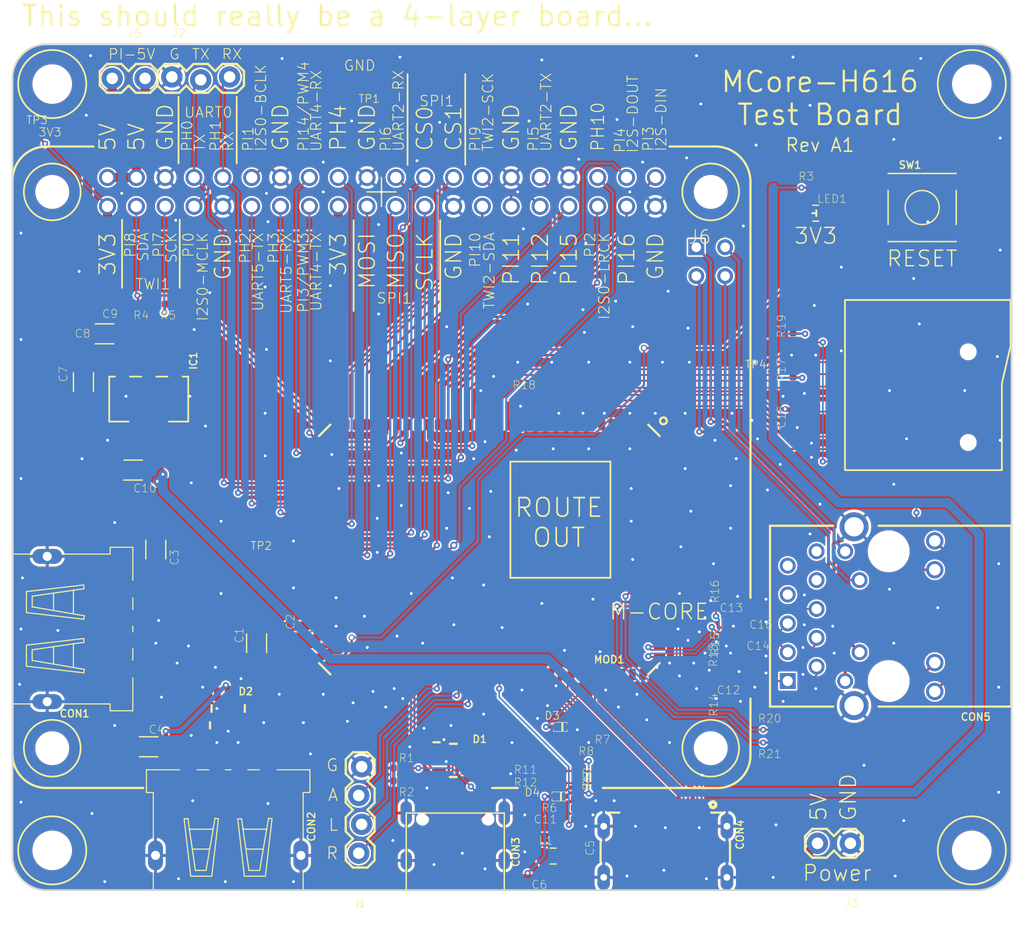
<source format=kicad_pcb>
(kicad_pcb (version 20211014) (generator pcbnew)
  (layers (0 "F.Cu" signal) (31 "B.Cu" signal) (34 "B.Paste" user) (35 "F.Paste" user) (36 "B.SilkS" user "B.Silkscreen") (37 "F.SilkS" user "F.Silkscreen") (38 "B.Mask" user) (39 "F.Mask" user) (44 "Edge.Cuts" user))
  (net 0 "")
  (net 1 "HTX2_N")
  (net 2 "HTX1_P")
  (net 3 "HTX1_N")
  (net 4 "HTX2_P")
  (net 5 "HTX0_P")
  (net 6 "HTX0_N")
  (net 7 "HTXC_P")
  (net 8 "HTXC_N")
  (net 9 "HCEC")
  (net 10 "HHPD")
  (net 11 "HSCL")
  (net 12 "HSDA")
  (net 13 "HDSCL")
  (net 14 "HDSDA")
  (net 15 "USB0_P")
  (net 16 "USB0_N")
  (net 17 "USB2_P")
  (net 18 "USB2_N")
  (net 19 "USB1_P")
  (net 20 "USB1_N")
  (net 21 "GND")
  (net 22 "VCC")
  (net 23 "5V")
  (net 24 "VUSB_IN")
  (net 25 "RXI_N")
  (net 26 "RXI_P")
  (net 27 "TXO_N")
  (net 28 "TXO_P")
  (net 29 "N$1")
  (net 30 "SCD0-CMD")
  (net 31 "SCD0-D1")
  (net 32 "SCD0-D0")
  (net 33 "SCD0-CLK")
  (net 34 "SCD0-D3")
  (net 35 "SCD0-D2")
  (net 36 "SCD0-DET")
  (net 37 "N$9")
  (net 38 "N$10")
  (net 39 "SCD0-CLK'")
  (net 40 "HDHPD")
  (net 41 "PH0/UART0-TX")
  (net 42 "PH1/UART0-RX")
  (net 43 "PI5/UART2-TX")
  (net 44 "PI7/TWI1-SCK")
  (net 45 "PI8/TWI1-SDA")
  (net 46 "PI9/TWI2-SCK")
  (net 47 "PI10/TWI2-SDA")
  (net 48 "SPI1-CS0")
  (net 49 "SPI1-CLK")
  (net 50 "SPI1-MOSI")
  (net 51 "SPI1-MISO")
  (net 52 "SPI1-CS1")
  (net 53 "PH2/UART5-TX")
  (net 54 "PH3/UART5-RX")
  (net 55 "PI2/I2S0-LRCK")
  (net 56 "PI1/I2S0-BCLK")
  (net 57 "PI6/UART2-RX")
  (net 58 "PH10")
  (net 59 "PI4/I2S0-DOUT")
  (net 60 "PI3/I2S0-DIN")
  (net 61 "TR0_TAP")
  (net 62 "TR1_TAP")
  (net 63 "TR2_TAP")
  (net 64 "TR3_TAP")
  (net 65 "N$3")
  (net 66 "N$4")
  (net 67 "LAN_LED_G")
  (net 68 "LAN_LED_Y")
  (net 69 "N$30")
  (net 70 "N$31")
  (net 71 "PI13/UART4-TX/PWM3")
  (net 72 "PI14/UART4-RX/PWM4")
  (net 73 "PI15")
  (net 74 "PI11")
  (net 75 "PI12")
  (net 76 "PI16")
  (net 77 "PI0/I2S0-MCLK")
  (net 78 "PH4")
  (net 79 "N$5")
  (net 80 "N$2")
  (net 81 "N$6")
  (net 82 "RESET")
  (net 83 "H5V")
  (net 84 "N$7")
  (net 85 "HDCEC")
  (net 86 "LINEOUT_R")
  (net 87 "LINEOUT_L")
  (net 88 "LRADC")
  (footprint "eagleBoard:_PKG_R_0402" (layer "F.Cu") (at 173.2511 93.6286 90)
    (fp_text reference "R19")
    (fp_text value "10k")
  )
  (footprint "eagleBoard:_PKG_C_0402" (layer "F.Cu") (at 128.0011 119.4536 90)
    (fp_text reference "C2")
    (fp_text value "100n")
  )
  (footprint "eagleBoard:_PKG_C_0402" (layer "F.Cu") (at 173.2511 99.5036 -90)
    (fp_text reference "C15")
    (fp_text value "100n")
  )
  (footprint "" (layer "F.Cu") (at 189.0011 138.7536)
    (fp_text reference "@HOLE3" hide)
    (fp_text value "")
  )
  (footprint "eagleBoard:TF_SHENZHEN-SPECIAL" (layer "F.Cu") (at 185.1261 97.7536 -90)
    (fp_text reference "CON6" hide)
    (fp_text value "C111196 - TF-15x15" hide)
  )
  (footprint "eagleBoard:CON_2.54MM_TH_2X2" (layer "F.Cu") (at 166.0011 86.8936)
    (fp_text reference "J6")
    (fp_text value "")
  )
  (footprint "eagleBoard:CON_2.54MM_TH_2X20" (layer "F.Cu") (at 137.0011 80.7536)
    (fp_text reference "J4" hide)
    (fp_text value "" hide)
  )
  (footprint "eagleBoard:JING_912-121A2023S10100" (layer "F.Cu") (at 109.8011 119.2536 90)
    (fp_text reference "CON1")
    (fp_text value "")
  )
  (footprint "eagleBoard:_PKG_R_0402" (layer "F.Cu") (at 117.5011 90.6286)
    (fp_text reference "R5")
    (fp_text value "10k")
  )
  (footprint "eagleBoard:1X02_LOCK" (layer "F.Cu") (at 178.1261 138.1286 180)
    (fp_text reference "J3")
    (fp_text value "")
  )
  (footprint "eagleBoard:GENERIC_SPNO_4P_6X6MM" (layer "F.Cu") (at 184.6261 82.1286)
    (fp_text reference "SW1")
    (fp_text value "SPNO")
  )
  (footprint "eagleBoard:_PKG_C_0402" (layer "F.Cu") (at 169.0011 121.6286)
    (fp_text reference "C14")
    (fp_text value "100n")
  )
  (footprint "eagleBoard:_PKG_R_0402" (layer "F.Cu") (at 173.2511 97.5036 90)
    (fp_text reference "R17")
    (fp_text value "10k")
  )
  (footprint "" (layer "F.Cu") (at 108.0011 138.7536)
    (fp_text reference "@HOLE0" hide)
    (fp_text value "")
  )
  (footprint "eagleBoard:685119136923" (layer "F.Cu") (at 162.0011 136.6286)
    (fp_text reference "CON4")
    (fp_text value "C136421 - HDMI-519")
  )
  (footprint "eagleBoard:LPJG0926HENL" (layer "F.Cu") (at 181.8511 118.1236 90)
    (fp_text reference "CON5")
    (fp_text value "LPJG0926HENL")
  )
  (footprint "eagleBoard:_PKG_R_0402" (layer "F.Cu") (at 150.6261 98.6286 180)
    (fp_text reference "R18")
    (fp_text value "100")
  )
  (footprint "eagleBoard:_PKG_R_0402" (layer "F.Cu") (at 172.2511 129.2536 180)
    (fp_text reference "R21")
    (fp_text value "100")
  )
  (footprint "eagleBoard:_PKG_C_1206" (layer "F.Cu") (at 110.7511 97.5036 90)
    (fp_text reference "C7")
    (fp_text value "47u")
  )
  (footprint "eagleBoard:_PKG_R_0402" (layer "F.Cu") (at 152.6261 132.8786 180)
    (fp_text reference "R12")
    (fp_text value "100")
  )
  (footprint "eagleBoard:TP_DOT_1.5X1.5MM" (layer "F.Cu") (at 171.0011 94.5036)
    (fp_text reference "TP4")
    (fp_text value "TP" hide)
  )
  (footprint "eagleBoard:_PKG_R_0402" (layer "F.Cu") (at 154.2511 133.2536 90)
    (fp_text reference "R10")
    (fp_text value "1k8")
  )
  (footprint "eagleBoard:_PKG_C_0402" (layer "F.Cu") (at 168.6261 123.7536 180)
    (fp_text reference "C12")
    (fp_text value "100n")
  )
  (footprint "eagleBoard:_PKG_R_0402" (layer "F.Cu") (at 167.2511 119.1286 -90)
    (fp_text reference "R15")
    (fp_text value "49.9Ω")
  )
  (footprint "eagleBoard:TP_DOT_1.5X1.5MM" (layer "F.Cu") (at 105.7511 75.5036)
    (fp_text reference "TP3")
    (fp_text value "TP" hide)
  )
  (footprint "eagleBoard:_PKG_LED_0805" (layer "F.Cu") (at 175.2511 82.6286)
    (fp_text reference "LED1")
    (fp_text value "")
  )
  (footprint "eagleBoard:_PKG_R_0402" (layer "F.Cu") (at 175.1261 80.3786 180)
    (fp_text reference "R3")
    (fp_text value "100")
  )
  (footprint "eagleBoard:_PKG_C_1206" (layer "F.Cu") (at 126.0011 120.5036 90)
    (fp_text reference "C1")
    (fp_text value "47u")
  )
  (footprint "" (layer "F.Cu") (at 108.0011 129.7536)
    (fp_text reference "@HOLE4" hide)
    (fp_text value "")
  )
  (footprint "eagleBoard:_PKG_C_1206" (layer "F.Cu") (at 117.1261 112.2536 -90)
    (fp_text reference "C3")
    (fp_text value "47u")
  )
  (footprint "eagleBoard:_PKG_R_0402" (layer "F.Cu") (at 153.8761 129.0036 180)
    (fp_text reference "R7")
    (fp_text value "27k 1%")
  )
  (footprint "eagleBoard:_PKG_C_0402" (layer "F.Cu") (at 112.3761 90.6286)
    (fp_text reference "C9")
    (fp_text value "100n")
  )
  (footprint "eagleBoard:_PKG_C_0402" (layer "F.Cu") (at 168.6261 118.2536 180)
    (fp_text reference "C13")
    (fp_text value "100n")
  )
  (footprint "eagleBoard:_PKG_SOD523" (layer "F.Cu") (at 152.7511 127.8786 180)
    (fp_text reference "D3")
    (fp_text value "RB520S30T1G")
  )
  (footprint "eagleBoard:_PKG_R_0402" (layer "F.Cu") (at 115.1261 90.6286)
    (fp_text reference "R4")
    (fp_text value "10k")
  )
  (footprint "" (layer "F.Cu") (at 189.0011 71.2536)
    (fp_text reference "@HOLE2" hide)
    (fp_text value "")
  )
  (footprint "eagleBoard:_PKG_R_0402" (layer "F.Cu") (at 152.6261 131.7536 180)
    (fp_text reference "R11")
    (fp_text value "100")
  )
  (footprint "eagleBoard:SOT95P280X145-6N" (layer "F.Cu") (at 123.5011 126.2536 90)
    (fp_text reference "D2")
    (fp_text value "SRV05-4-P-T7")
  )
  (footprint "eagleBoard:_PKG_C_1206" (layer "F.Cu") (at 112.6071 93.2536)
    (fp_text reference "C8")
    (fp_text value "47u")
  )
  (footprint "eagleBoard:1X03_LOCK" (layer "F.Cu") (at 118.5411 70.7536)
    (fp_text reference "J2")
    (fp_text value "")
  )
  (footprint "eagleBoard:_PKG_C_1206" (layer "F.Cu") (at 115.1261 105.2536)
    (fp_text reference "C10")
    (fp_text value "47u")
  )
  (footprint "eagleBoard:USBC_C-31-M-12" (layer "F.Cu") (at 143.5011 137.5536)
    (fp_text reference "CON3")
    (fp_text value "" hide)
  )
  (footprint "eagleBoard:_PKG_C_0402" (layer "F.Cu") (at 154.5011 139.2536 90)
    (fp_text reference "C5")
    (fp_text value "10n")
  )
  (footprint "eagleBoard:_PKG_C_1206" (layer "F.Cu") (at 116.5011 129.6286)
    (fp_text reference "C4")
    (fp_text value "47u")
  )
  (footprint "eagleBoard:1X04_LOCK" (layer "F.Cu") (at 135.1261 131.3786 -90)
    (fp_text reference "J1")
    (fp_text value "")
  )
  (footprint "eagleBoard:_PKG_R_0402" (layer "F.Cu") (at 153.8761 130.0036 180)
    (fp_text reference "R8")
    (fp_text value "100")
  )
  (footprint "eagleBoard:_PKG_C_0805" (layer "F.Cu") (at 152.1261 139.2536 180)
    (fp_text reference "L1")
    (fp_text value "FB")
  )
  (footprint "eagleBoard:_PKG_SOD523" (layer "F.Cu") (at 152.6261 134.0036 180)
    (fp_text reference "D4")
    (fp_text value "RB520S30T1G")
  )
  (footprint "eagleBoard:_PKG_C_0402" (layer "F.Cu") (at 151.6261 140.8786 180)
    (fp_text reference "C6")
    (fp_text value "100n")
  )
  (footprint "eagleBoard:JING_912-121A2023S10100" (layer "F.Cu") (at 123.5011 136.9536 180)
    (fp_text reference "CON2")
    (fp_text value "")
  )
  (footprint "eagleBoard:_PKG_R_0402" (layer "F.Cu") (at 154.3761 135.0036 180)
    (fp_text reference "R6")
    (fp_text value "1k")
  )
  (footprint "eagleBoard:_PKG_C_0402" (layer "F.Cu") (at 154.3761 136.0036 180)
    (fp_text reference "C11")
    (fp_text value "100n")
  )
  (footprint "eagleBoard:MCORE-H616_V1" (layer "F.Cu") (at 146.5011 112.2536 180)
    (fp_text reference "MOD1")
    (fp_text value "")
  )
  (footprint "eagleBoard:_PKG_R_0402" (layer "F.Cu") (at 138.5011 131.5036)
    (fp_text reference "R1")
    (fp_text value "5k1")
  )
  (footprint "eagleBoard:_PKG_R_0402" (layer "F.Cu") (at 167.2511 117.3786 90)
    (fp_text reference "R16")
    (fp_text value "49.9Ω")
  )
  (footprint "eagleBoard:_PKG_R_0402" (layer "F.Cu") (at 172.2511 128.1286 180)
    (fp_text reference "R20")
    (fp_text value "100")
  )
  (footprint "eagleBoard:_PKG_R_0402" (layer "F.Cu") (at 167.2511 124.6286 -90)
    (fp_text reference "R14")
    (fp_text value "49.9Ω")
  )
  (footprint "" (layer "F.Cu") (at 166.0011 80.7536)
    (fp_text reference "@HOLE5" hide)
    (fp_text value "")
  )
  (footprint "eagleBoard:SOT95P280X145-6N" (layer "F.Cu") (at 143.3261 130.8286)
    (fp_text reference "D1")
    (fp_text value "SRV05-4-P-T7")
  )
  (footprint "eagleBoard:_PKG_R_0402" (layer "F.Cu") (at 167.2511 122.8786 90)
    (fp_text reference "R13")
    (fp_text value "49.9Ω")
  )
  (footprint "" (layer "F.Cu") (at 108.0011 80.7536)
    (fp_text reference "@HOLE1" hide)
    (fp_text value "")
  )
  (footprint "eagleBoard:_PKG_C_0402" (layer "F.Cu") (at 169.0011 119.6286)
    (fp_text reference "C16")
    (fp_text value "100n")
  )
  (footprint "eagleBoard:_PKG_R_0402" (layer "F.Cu") (at 154.2511 131.3786 -90)
    (fp_text reference "R9")
    (fp_text value "1k8")
  )
  (footprint "eagleBoard:TP_DOT_1.5X1.5MM" (layer "F.Cu") (at 125.3761 113.2536 -90)
    (fp_text reference "TP2")
    (fp_text value "TP" hide)
  )
  (footprint "" (layer "F.Cu") (at 166.0011 129.7536)
    (fp_text reference "@HOLE6" hide)
    (fp_text value "")
  )
  (footprint "eagleBoard:_PKG_SOT223-4_TI-DCY4" (layer "F.Cu") (at 116.5011 99.0036 180)
    (fp_text reference "IC1")
    (fp_text value "LD1117-3.3")
  )
  (footprint "eagleBoard:1X02_LOCK" (layer "F.Cu") (at 116.0011 70.7536 180)
    (fp_text reference "J5")
    (fp_text value "")
  )
  (footprint "" (layer "F.Cu") (at 108.0011 71.2536)
    (fp_text reference "@HOLE7" hide)
    (fp_text value "")
  )
  (footprint "eagleBoard:_PKG_R_0402" (layer "F.Cu") (at 138.5011 132.6286)
    (fp_text reference "R2")
    (fp_text value "5k1")
  )
  (footprint "eagleBoard:TP_DOT_1.5X1.5MM" (layer "F.Cu") (at 134.8761 71.1286)
    (fp_text reference "TP1")
    (fp_text value "TP" hide)
  )
  (gr_line (start 139.2991 78.3726) (end 139.2991 70.3716) (layer "F.SilkS") (width 0.1524))
  (gr_circle (center 166.0011 80.7536) (end 168.5011 80.7536) (layer "F.SilkS") (width 0.1524) (fill none))
  (gr_line (start 169.5011 130.5036) (end 169.5011 125.3786) (layer "F.SilkS") (width 0.2))
  (gr_circle (center 108.0011 71.2536) (end 111.0011 71.2536) (layer "F.SilkS") (width 0.1524) (fill none))
  (gr_line (start 162.3761 76.7536) (end 166.5011 76.7536) (layer "F.SilkS") (width 0.2))
  (gr_circle (center 166.0011 129.7536) (end 168.5011 129.7536) (layer "F.SilkS") (width 0.1524) (fill none))
  (gr_arc (start 107.5011 133.2536) (mid 105.37978 132.37492) (end 104.5011 130.2536) (layer "F.SilkS") (width 0.2))
  (gr_line (start 119.2331 83.1986) (end 119.2331 89.1996) (layer "F.SilkS") (width 0.1524))
  (gr_line (start 107.5011 76.7536) (end 111.6261 76.7536) (layer "F.SilkS") (width 0.2))
  (gr_line (start 104.5011 79.7536) (end 104.5011 130.2536) (layer "F.SilkS") (width 0.2))
  (gr_arc (start 104.5011 79.7536) (mid 105.37978 77.63228) (end 107.5011 76.7536) (layer "F.SilkS") (width 0.2))
  (gr_line (start 146.7511 133.2536) (end 149.0011 133.2536) (layer "F.SilkS") (width 0.2))
  (gr_line (start 134.5491 91.2476) (end 134.5491 83.2466) (layer "F.SilkS") (width 0.1524))
  (gr_circle (center 189.0011 138.7536) (end 192.0011 138.7536) (layer "F.SilkS") (width 0.1524) (fill none))
  (gr_line (start 124.2511 78.2536) (end 124.2511 72.3786) (layer "F.SilkS") (width 0.1524))
  (gr_circle (center 108.0011 80.7536) (end 110.5011 80.7536) (layer "F.SilkS") (width 0.1524) (fill none))
  (gr_line (start 119.1261 78.2536) (end 119.1261 72.3786) (layer "F.SilkS") (width 0.1524))
  (gr_arc (start 166.5011 76.7536) (mid 168.674197 77.75728) (end 169.5011 80.0036) (layer "F.SilkS") (width 0.2))
  (gr_line (start 144.3791 78.3726) (end 144.3791 70.3716) (layer "F.SilkS") (width 0.1524))
  (gr_line (start 142.1741 91.2476) (end 142.1741 83.2466) (layer "F.SilkS") (width 0.1524))
  (gr_circle (center 108.0011 129.7536) (end 110.5011 129.7536) (layer "F.SilkS") (width 0.1524) (fill none))
  (gr_line (start 169.5011 80.0036) (end 169.5011 116.5036) (layer "F.SilkS") (width 0.2))
  (gr_circle (center 108.0011 138.7536) (end 111.0011 138.7536) (layer "F.SilkS") (width 0.1524) (fill none))
  (gr_line (start 156.5011 133.2536) (end 166.3761 133.2536) (layer "F.SilkS") (width 0.2))
  (gr_line (start 107.5011 133.2536) (end 116.0011 133.2536) (layer "F.SilkS") (width 0.2))
  (gr_line (start 114.1531 83.1986) (end 114.1531 89.1996) (layer "F.SilkS") (width 0.1524))
  (gr_circle (center 189.0011 71.2536) (end 192.0011 71.2536) (layer "F.SilkS") (width 0.1524) (fill none))
  (gr_arc (start 169.5011 130.5036) (mid 168.570644 132.49992) (end 166.5011 133.2536) (layer "F.SilkS") (width 0.2))
  (gr_line (start 107.5011 67.7536) (end 189.5011 67.7536) (layer "Edge.Cuts") (width 0.1524))
  (gr_line (start 104.5011 139.2536) (end 104.5011 70.7536) (layer "Edge.Cuts") (width 0.1524))
  (gr_arc (start 107.5011 142.2536) (mid 105.37978 141.37492) (end 104.5011 139.2536) (layer "Edge.Cuts") (width 0.1524))
  (gr_arc (start 104.5011 70.7536) (mid 105.37978 68.63228) (end 107.5011 67.7536) (layer "Edge.Cuts") (width 0.1524))
  (gr_arc (start 189.5011 67.7536) (mid 191.62242 68.63228) (end 192.5011 70.7536) (layer "Edge.Cuts") (width 0.1524))
  (gr_line (start 189.5011 142.2536) (end 107.5011 142.2536) (layer "Edge.Cuts") (width 0.1524))
  (gr_line (start 192.5011 70.7536) (end 192.5011 139.2536) (layer "Edge.Cuts") (width 0.1524))
  (gr_arc (start 192.5011 139.2536) (mid 191.62242 141.37492) (end 189.5011 142.2536) (layer "Edge.Cuts") (width 0.1524))
  (gr_text "PI11" (at 148.4311 84.2536 90) (layer "F.SilkS") (effects (font (size 1.38 1.38) (thickness 0.12)) (justify right)))
  (gr_text "PI5" (at 150.3811 77.2536 90) (layer "F.SilkS") (effects (font (size 0.92 0.92) (thickness 0.08)) (justify left)))
  (gr_text "L" (at 133.2511 136.4986) (layer "F.SilkS") (effects (font (size 1.05156 1.05156) (thickness 0.09144)) (justify right)))
  (gr_text "PI6" (at 137.3811 77.2536 90) (layer "F.SilkS") (effects (font (size 0.92 0.92) (thickness 0.08)) (justify left)))
  (gr_text "I2S0-BCLK" (at 126.3811 77.2536 90) (layer "F.SilkS") (effects (font (size 0.92 0.92) (thickness 0.08)) (justify left)))
  (gr_text "PI16" (at 158.5911 84.2536 90) (layer "F.SilkS") (effects (font (size 1.38 1.38) (thickness 0.12)) (justify right)))
  (gr_text "5V" (at 112.8711 77.2536 90) (layer "F.SilkS") (effects (font (size 1.38 1.38) (thickness 0.12)) (justify left)))
  (gr_text "GND" (at 153.5111 77.2536 90) (layer "F.SilkS") (effects (font (size 1.38 1.38) (thickness 0.12)) (justify left)))
  (gr_text "TWI2-SCK" (at 146.3811 77.2536 90) (layer "F.SilkS") (effects (font (size 0.92 0.92) (thickness 0.08)) (justify left)))
  (gr_text "GND" (at 117.9511 77.2536 90) (layer "F.SilkS") (effects (font (size 1.38 1.38) (thickness 0.12)) (justify left)))
  (gr_text "TWI1" (at 116.8761 88.8736) (layer "F.SilkS") (effects (font (size 0.92 0.92) (thickness 0.08))))
  (gr_text "UART5-TX" (at 126.1211 84.2536 90) (layer "F.SilkS") (effects (font (size 0.92 0.92) (thickness 0.08)) (justify right)))
  (gr_text "Power" (at 174.0011 140.7486) (layer "F.SilkS") (effects (font (size 1.38 1.38) (thickness 0.12)) (justify left)))
  (gr_text "PI9" (at 145.2561 77.2536 90) (layer "F.SilkS") (effects (font (size 0.92 0.92) (thickness 0.08)) (justify left)))
  (gr_text "5V" (at 175.4961 136.2536 90) (layer "F.SilkS") (effects (font (size 1.38 1.38) (thickness 0.12)) (justify left)))
  (gr_text "R" (at 133.2511 138.9986) (layer "F.SilkS") (effects (font (size 1.05156 1.05156) (thickness 0.09144)) (justify right)))
  (gr_text "PH3" (at 127.4961 84.2536 90) (layer "F.SilkS") (effects (font (size 0.92 0.92) (thickness 0.08)) (justify right)))
  (gr_text "PI15" (at 153.5111 84.2536 90) (layer "F.SilkS") (effects (font (size 1.38 1.38) (thickness 0.12)) (justify right)))
  (gr_text "Rev A1" (at 175.6261 76.6286) (layer "F.SilkS") (effects (font (size 1.17 1.17) (thickness 0.13))))
  (gr_text "TX" (at 121.0061 77.2536 90) (layer "F.SilkS") (effects (font (size 0.92 0.92) (thickness 0.08)) (justify left)))
  (gr_text "CS1" (at 143.3511 77.2536 90) (layer "F.SilkS") (effects (font (size 1.38 1.38) (thickness 0.12)) (justify left)))
  (gr_text "PH2" (at 124.9961 84.2536 90) (layer "F.SilkS") (effects (font (size 0.92 0.92) (thickness 0.08)) (justify right)))
  (gr_text "GND" (at 178.1161 136.2536 90) (layer "F.SilkS") (effects (font (size 1.38 1.38) (thickness 0.12)) (justify left)))
  (gr_text "RX" (at 123.5061 77.2536 90) (layer "F.SilkS") (effects (font (size 0.92 0.92) (thickness 0.08)) (justify left)))
  (gr_text "A" (at 133.2511 133.8736) (layer "F.SilkS") (effects (font (size 1.05156 1.05156) (thickness 0.09144)) (justify right)))
  (gr_text "UART2-RX" (at 138.5061 77.2536 90) (layer "F.SilkS") (effects (font (size 0.92 0.92) (thickness 0.08)) (justify left)))
  (gr_text "I2S-DIN" (at 161.6311 77.2536 90) (layer "F.SilkS") (effects (font (size 0.92 0.92) (thickness 0.08)) (justify left)))
  (gr_text "PI12" (at 150.9711 84.2536 90) (layer "F.SilkS") (effects (font (size 1.38 1.38) (thickness 0.12)) (justify right)))
  (gr_text "UART5-RX" (at 128.6211 84.2536 90) (layer "F.SilkS") (effects (font (size 0.92 0.92) (thickness 0.08)) (justify right)))
  (gr_text "G" (at 133.2511 131.2486) (layer "F.SilkS") (effects (font (size 1.05156 1.05156) (thickness 0.09144)) (justify right)))
  (gr_text "MISO" (at 138.2711 84.2536 90) (layer "F.SilkS") (effects (font (size 1.38 1.38) (thickness 0.12)) (justify right)))
  (gr_text "GND" (at 128.1111 77.2536 90) (layer "F.SilkS") (effects (font (size 1.38 1.38) (thickness 0.12)) (justify left)))
  (gr_text "GND" (at 143.3511 84.2536 90) (layer "F.SilkS") (effects (font (size 1.38 1.38) (thickness 0.12)) (justify right)))
  (gr_text "PI3/PWM3" (at 130.1211 84.2536 90) (layer "F.SilkS") (effects (font (size 0.92 0.92) (thickness 0.08)) (justify right)))
  (gr_text "TX" (at 120.2511 68.6236) (layer "F.SilkS") (effects (font (size 0.92 0.92) (thickness 0.08)) (justify left)))
  (gr_text "3V3" (at 175.2511 84.6286) (layer "F.SilkS") (effects (font (size 1.38 1.38) (thickness 0.12))))
  (gr_text "UART4-TX" (at 131.2461 84.2536 90) (layer "F.SilkS") (effects (font (size 0.92 0.92) (thickness 0.08)) (justify right)))
  (gr_text "3V3" (at 133.1911 84.2536 90) (layer "F.SilkS") (effects (font (size 1.38 1.38) (thickness 0.12)) (justify right)))
  (gr_text "PI-5V" (at 112.8761 68.6236) (layer "F.SilkS") (effects (font (size 0.92 0.92) (thickness 0.08)) (justify left)))
  (gr_text "SCLK" (at 140.8111 84.2536 90) (layer "F.SilkS") (effects (font (size 1.38 1.38) (thickness 0.12)) (justify right)))
  (gr_text "PI1" (at 125.2561 77.2536 90) (layer "F.SilkS") (effects (font (size 0.92 0.92) (thickness 0.08)) (justify left)))
  (gr_text "UART4-RX" (at 131.2561 77.2536 90) (layer "F.SilkS") (effects (font (size 0.92 0.92) (thickness 0.08)) (justify left)))
  (gr_text "5V" (at 115.4111 77.2536 90) (layer "F.SilkS") (effects (font (size 1.38 1.38) (thickness 0.12)) (justify left)))
  (gr_text "PI8" (at 114.8711 84.2536 90) (layer "F.SilkS") (effects (font (size 0.92 0.92) (thickness 0.08)) (justify right)))
  (gr_text "PH10" (at 156.0511 77.2536 90) (layer "F.SilkS") (effects (font (size 1.104 1.104) (thickness 0.096)) (justify left)))
  (gr_text "G" (at 118.2511 68.6236) (layer "F.SilkS") (effects (font (size 0.92 0.92) (thickness 0.08)) (justify left)))
  (gr_text "I2S0-MCLK" (at 121.2461 84.2536 90) (layer "F.SilkS") (effects (font (size 0.92 0.92) (thickness 0.08)) (justify right)))
  (gr_text "GND" (at 135.7311 77.2536 90) (layer "F.SilkS") (effects (font (size 1.38 1.38) (thickness 0.12)) (justify left)))
  (gr_text "MOSI" (at 135.7311 84.2536 90) (layer "F.SilkS") (effects (font (size 1.38 1.38) (thickness 0.12)) (justify right)))
  (gr_text "3V3" (at 106.7511 75.4986) (layer "F.SilkS") (effects (font (size 0.736 0.736) (thickness 0.064)) (justify left)))
  (gr_text "MCore-H616\nTest Board" (at 175.6261 72.5036) (layer "F.SilkS") (effects (font (size 1.8 1.8) (thickness 0.2))))
  (gr_text "SCK" (at 118.4961 84.2536 90) (layer "F.SilkS") (effects (font (size 0.92 0.92) (thickness 0.08)) (justify right)))
  (gr_text "I2S0-LRCK" (at 156.6211 84.2536 90) (layer "F.SilkS") (effects (font (size 0.92 0.92) (thickness 0.08)) (justify right)))
  (gr_text "PI4" (at 158.0061 77.3786 90) (layer "F.SilkS") (effects (font (size 0.92 0.92) (thickness 0.08)) (justify left)))
  (gr_text "GND" (at 123.0311 84.2536 90) (layer "F.SilkS") (effects (font (size 1.38 1.38) (thickness 0.12)) (justify right)))
  (gr_text "RESET" (at 184.6261 86.6286) (layer "F.SilkS") (effects (font (size 1.38 1.38) (thickness 0.12))))
  (gr_text "SPI1" (at 141.8761 72.7486) (layer "F.SilkS") (effects (font (size 0.92 0.92) (thickness 0.08))))
  (gr_text "GND" (at 148.4311 77.2536 90) (layer "F.SilkS") (effects (font (size 1.38 1.38) (thickness 0.12)) (justify left)))
  (gr_text "PI2" (at 155.3711 84.2536 90) (layer "F.SilkS") (effects (font (size 0.92 0.92) (thickness 0.08)) (justify right)))
  (gr_text "PI10" (at 145.2461 84.2536 90) (layer "F.SilkS") (effects (font (size 0.92 0.92) (thickness 0.08)) (justify right)))
  (gr_text "GND" (at 161.1311 84.2536 90) (layer "F.SilkS") (effects (font (size 1.38 1.38) (thickness 0.12)) (justify right)))
  (gr_text "This should really be a 4-layer board..." (at 133.1261 65.2536) (layer "F.SilkS") (effects (font (size 1.8 1.8) (thickness 0.2))))
  (gr_text "GND" (at 133.6261 69.6236) (layer "F.SilkS") (effects (font (size 0.92 0.92) (thickness 0.08)) (justify left)))
  (gr_text "CS0" (at 140.8111 77.2536 90) (layer "F.SilkS") (effects (font (size 1.38 1.38) (thickness 0.12)) (justify left)))
  (gr_text "PH4" (at 133.1911 77.2536 90) (layer "F.SilkS") (effects (font (size 1.38 1.38) (thickness 0.12)) (justify left)))
  (gr_text "UART2-TX" (at 151.5061 77.2536 90) (layer "F.SilkS") (effects (font (size 0.92 0.92) (thickness 0.08)) (justify left)))
  (gr_text "PH1" (at 122.3811 77.2536 90) (layer "F.SilkS") (effects (font (size 0.92 0.92) (thickness 0.08)) (justify left)))
  (gr_text "PI14/PWM4" (at 130.1311 77.2536 90) (layer "F.SilkS") (effects (font (size 0.92 0.92) (thickness 0.08)) (justify left)))
  (gr_text "PI3" (at 160.5061 77.2536 90) (layer "F.SilkS") (effects (font (size 0.92 0.92) (thickness 0.08)) (justify left)))
  (gr_text "SPI1" (at 138.1261 90.1236) (layer "F.SilkS") (effects (font (size 0.92 0.92) (thickness 0.08))))
  (gr_text "PH0" (at 119.8811 77.2536 90) (layer "F.SilkS") (effects (font (size 0.92 0.92) (thickness 0.08)) (justify left)))
  (gr_text "3V3" (at 112.8711 84.2536 90) (layer "F.SilkS") (effects (font (size 1.38 1.38) (thickness 0.12)) (justify right)))
  (gr_text "TWI2-SDA" (at 146.4961 84.2536 90) (layer "F.SilkS") (effects (font (size 0.92 0.92) (thickness 0.08)) (justify right)))
  (gr_text "I2S-DOUT" (at 159.1311 77.3786 90) (layer "F.SilkS") (effects (font (size 0.92 0.92) (thickness 0.08)) (justify left)))
  (gr_text "PI7" (at 117.3711 84.2536 90) (layer "F.SilkS") (effects (font (size 0.92 0.92) (thickness 0.08)) (justify right)))
  (gr_text "PI0" (at 119.9961 84.2536 90) (layer "F.SilkS") (effects (font (size 0.92 0.92) (thickness 0.08)) (justify right)))
  (gr_text "RX" (at 122.8761 68.6236) (layer "F.SilkS") (effects (font (size 0.92 0.92) (thickness 0.08)) (justify left)))
  (gr_text "UART0" (at 121.7511 73.7486) (layer "F.SilkS") (effects (font (size 0.92 0.92) (thickness 0.08))))
  (gr_text "SDA" (at 115.9961 84.2536 90) (layer "F.SilkS") (effects (font (size 0.92 0.92) (thickness 0.08)) (justify right)))
  (segment (start 158.2011 124.0584) (end 158.4987 124.356) (width 0.1524) (layer "F.Cu") (net 1))
  (segment (start 164.81875 133.127313) (end 164.81875 135.56095) (width 0.1524) (layer "F.Cu") (net 1))
  (segment (start 164.81875 135.56095) (end 164.8011 135.5786) (width 0.1524) (layer "F.Cu") (net 1))
  (segment (start 158.4987 124.356) (end 158.4987 126.807263) (width 0.1524) (layer "F.Cu") (net 1))
  (segment (start 158.2011 123.2536) (end 158.2011 124.0584) (width 0.1524) (layer "F.Cu") (net 1))
  (segment (start 164.81875 133.127313) (end 158.4987 126.807263) (width 0.1524) (layer "F.Cu") (net 1))
  (segment (start 156.4011 124.0584) (end 156.1035 124.356) (width 0.1524) (layer "F.Cu") (net 2))
  (segment (start 164.0011 133.5036) (end 156.1035 125.606) (width 0.1524) (layer "F.Cu") (net 2))
  (segment (start 156.1035 124.356) (end 156.1035 125.606) (width 0.1524) (layer "F.Cu") (net 2))
  (segment (start 164.0011 135.5786) (end 164.0011 133.5036) (width 0.1524) (layer "F.Cu") (net 2))
  (segment (start 156.4011 123.2536) (end 156.4011 124.0584) (width 0.1524) (layer "F.Cu") (net 2))
  (segment (start 155.7987 124.356) (end 155.7987 125.732263) (width 0.1524) (layer "F.Cu") (net 3))
  (segment (start 163.6011 135.5786) (end 163.6011 133.534663) (width 0.1524) (layer "F.Cu") (net 3))
  (segment (start 155.5011 124.0584) (end 155.7987 124.356) (width 0.1524) (layer "F.Cu") (net 3))
  (segment (start 155.5011 123.2536) (end 155.5011 124.0584) (width 0.1524) (layer "F.Cu") (net 3))
  (segment (start 163.6011 133.534663) (end 155.7987 125.732263) (width 0.1524) (layer "F.Cu") (net 3))
  (segment (start 159.1011 124.0584) (end 158.8035 124.356) (width 0.1524) (layer "F.Cu") (net 4))
  (segment (start 165.2011 133.0786) (end 158.8035 126.681) (width 0.1524) (layer "F.Cu") (net 4))
  (segment (start 165.2011 135.5786) (end 165.2011 133.0786) (width 0.1524) (layer "F.Cu") (net 4))
  (segment (start 159.1011 123.2536) (end 159.1011 124.0584) (width 0.1524) (layer "F.Cu") (net 4))
  (segment (start 158.8035 124.356) (end 158.8035 126.681) (width 0.1524) (layer "F.Cu") (net 4))
  (segment (start 153.7011 123.2536) (end 153.7011 123.9334) (width 0.1524) (layer "F.Cu") (net 5))
  (segment (start 153.7011 123.9334) (end 153.4035 124.231) (width 0.1524) (layer "F.Cu") (net 5))
  (segment (start 162.8011 134.0262) (end 153.4035 124.6286) (width 0.1524) (layer "F.Cu") (net 5))
  (segment (start 153.4035 124.231) (end 153.4035 124.6286) (width 0.1524) (layer "F.Cu") (net 5))
  (segment (start 162.8011 134.0262) (end 162.8011 135.5786) (width 0.1524) (layer "F.Cu") (net 5))
  (segment (start 162.4011 135.5786) (end 162.4011 134.057257) (width 0.1524) (layer "F.Cu") (net 6))
  (segment (start 152.8011 123.2536) (end 152.8011 123.9334) (width 0.1524) (layer "F.Cu") (net 6))
  (segment (start 153.0987 124.231) (end 153.0987 124.754857) (width 0.1524) (layer "F.Cu") (net 6))
  (segment (start 162.4011 134.057257) (end 153.0987 124.754857) (width 0.1524) (layer "F.Cu") (net 6))
  (segment (start 152.8011 123.9334) (end 153.0987 124.231) (width 0.1524) (layer "F.Cu") (net 6))
  (segment (start 151.001103 123.701891) (end 161.6011 134.301888) (width 0.1524) (layer "F.Cu") (net 7))
  (segment (start 161.6011 134.301888) (end 161.6011 135.5786) (width 0.1524) (layer "F.Cu") (net 7))
  (segment (start 151.001103 123.2536) (end 151.001103 123.701891) (width 0.1524) (layer "F.Cu") (net 7))
  (segment (start 150.1011 123.8084) (end 150.6011 124.3084) (width 0.1524) (layer "F.Cu") (net 8))
  (segment (start 161.2011 134.332944) (end 151.176556 124.3084) (width 0.1524) (layer "F.Cu") (net 8))
  (segment (start 150.1011 123.2536) (end 150.1011 123.8084) (width 0.1524) (layer "F.Cu") (net 8))
  (segment (start 161.2011 135.5786) (end 161.2011 134.332944) (width 0.1524) (layer "F.Cu") (net 8))
  (segment (start 150.6011 124.3084) (end 151.176556 124.3084) (width 0.1524) (layer "F.Cu") (net 8))
  (segment (start 148.301103 123.2536) (end 148.301103 125.678604) (width 0.1524) (layer "F.Cu") (net 9))
  (segment (start 152.6261 130.0036) (end 153.4461 130.0036) (width 0.1524) (layer "F.Cu") (net 9))
  (segment (start 148.301103 125.678604) (end 152.6261 130.0036) (width 0.1524) (layer "F.Cu") (net 9))
  (segment (start 147.4011 124.4786) (end 147.3761 124.5036) (width 0.1524) (layer "F.Cu") (net 10))
  (segment (start 153.9461 136.0586) (end 153.5011 136.5036) (width 0.1524) (layer "F.Cu") (net 10))
  (segment (start 147.4011 123.2536) (end 147.4011 124.4786) (width 0.1524) (layer "F.Cu") (net 10))
  (segment (start 153.9461 136.0036) (end 153.9461 136.0586) (width 0.1524) (layer "F.Cu") (net 10))
  (segment (start 153.9461 135.0036) (end 153.9461 136.0036) (width 0.1524) (layer "F.Cu") (net 10))
  (via (at 153.5011 136.5036) (size 0.5548) (drill 0.25) (layers "F.Cu" "B.Cu") (net 10))
  (via (at 147.3761 124.5036) (size 0.5548) (drill 0.25) (layers "F.Cu" "B.Cu") (net 10))
  (segment (start 153.5011 131.3786) (end 147.3761 125.2536) (width 0.1524) (layer "B.Cu") (net 10))
  (segment (start 147.3761 125.2536) (end 147.3761 124.5036) (width 0.1524) (layer "B.Cu") (net 10))
  (segment (start 153.5011 136.5036) (end 153.5011 131.3786) (width 0.1524) (layer "B.Cu") (net 10))
  (segment (start 146.5011 124.8786) (end 152.1961 130.5736) (width 0.1524) (layer "F.Cu") (net 11))
  (segment (start 146.5011 123.2536) (end 146.5011 124.8786) (width 0.1524) (layer "F.Cu") (net 11))
  (segment (start 152.1961 130.5736) (end 152.1961 131.7536) (width 0.1524) (layer "F.Cu") (net 11))
  (segment (start 145.6011 123.2536) (end 145.6011 124.6036) (width 0.1524) (layer "F.Cu") (net 12))
  (segment (start 151.3761 130.3786) (end 151.3761 132.0586) (width 0.1524) (layer "F.Cu") (net 12))
  (segment (start 151.3761 132.0586) (end 152.1961 132.8786) (width 0.1524) (layer "F.Cu") (net 12))
  (segment (start 145.6011 124.6036) (end 151.3761 130.3786) (width 0.1524) (layer "F.Cu") (net 12))
  (segment (start 153.0561 131.7536) (end 154.1961 131.7536) (width 0.1524) (layer "F.Cu") (net 13))
  (segment (start 157.1811 131.8086) (end 160.0011 134.6286) (width 0.1524) (layer "F.Cu") (net 13))
  (segment (start 160.0011 134.6286) (end 160.0011 135.5786) (width 0.1524) (layer "F.Cu") (net 13))
  (segment (start 154.2511 131.8086) (end 157.1811 131.8086) (width 0.1524) (layer "F.Cu") (net 13))
  (segment (start 154.1961 131.7536) (end 154.2511 131.8086) (width 0.1524) (layer "F.Cu") (net 13))
  (segment (start 153.1111 132.8236) (end 154.2511 132.8236) (width 0.1524) (layer "F.Cu") (net 14))
  (segment (start 153.0561 132.8786) (end 153.1111 132.8236) (width 0.1524) (layer "F.Cu") (net 14))
  (segment (start 159.6011 134.9786) (end 159.6011 135.5786) (width 0.1524) (layer "F.Cu") (net 14))
  (segment (start 157.4461 132.8236) (end 159.6011 134.9786) (width 0.1524) (layer "F.Cu") (net 14))
  (segment (start 154.2511 132.8236) (end 157.4461 132.8236) (width 0.1524) (layer "F.Cu") (net 14))
  (segment (start 143.2749 134.5248) (end 143.2511 134.5486) (width 0.1524) (layer "F.Cu") (net 15))
  (segment (start 144.2511 133.6286) (end 144.0011 133.3786) (width 0.1524) (layer "F.Cu") (net 15))
  (segment (start 140.2011 123.2536) (end 140.2011 124.0584) (width 0.1524) (layer "F.Cu") (net 15))
  (segment (start 143.2749 133.3786) (end 143.2749 134.5248) (width 0.1524) (layer "F.Cu") (net 15))
  (segment (start 144.0011 133.3786) (end 143.2749 133.3786) (width 0.1524) (layer "F.Cu") (net 15))
  (segment (start 139.9035 128.656) (end 141.1261 129.8786) (width 0.1524) (layer "F.Cu") (net 15))
  (segment (start 142.5261 129.8786) (end 142.0761 129.8786) (width 0.1524) (layer "F.Cu") (net 15))
  (segment (start 139.9035 124.356) (end 139.9035 128.656) (width 0.1524) (layer "F.Cu") (net 15))
  (segment (start 140.2011 124.0584) (end 139.9035 124.356) (width 0.1524) (layer "F.Cu") (net 15))
  (segment (start 143.2749 130.6274) (end 143.2749 133.3786) (width 0.1524) (layer "F.Cu") (net 15))
  (segment (start 143.2749 130.6274) (end 142.5261 129.8786) (width 0.1524) (layer "F.Cu") (net 15))
  (segment (start 141.1261 129.8786) (end 142.0761 129.8786) (width 0.1524) (layer "F.Cu") (net 15))
  (segment (start 144.2511 134.5486) (end 144.2511 133.6286) (width 0.1524) (layer "F.Cu") (net 15))
  (segment (start 141.1011 130.284663) (end 141.1011 131.1536) (width 0.1524) (layer "F.Cu") (net 16))
  (segment (start 142.7511 135.6286) (end 142.7511 134.5486) (width 0.1524) (layer "F.Cu") (net 16))
  (segment (start 139.301103 123.2536) (end 139.301103 124.0584) (width 0.1524) (layer "F.Cu") (net 16))
  (segment (start 142.3737 131.7786) (end 142.0761 131.7786) (width 0.1524) (layer "F.Cu") (net 16))
  (segment (start 139.5987 124.355997) (end 139.5987 128.782263) (width 0.1524) (layer "F.Cu") (net 16))
  (segment (start 143.7511 135.6286) (end 143.6261 135.7536) (width 0.1524) (layer "F.Cu") (net 16))
  (segment (start 141.1011 131.1536) (end 141.7261 131.7786) (width 0.1524) (layer "F.Cu") (net 16))
  (segment (start 142.8761 135.7536) (end 142.7511 135.6286) (width 0.1524) (layer "F.Cu") (net 16))
  (segment (start 139.5987 128.782263) (end 141.1011 130.284663) (width 0.1524) (layer "F.Cu") (net 16))
  (segment (start 143.7511 134.5486) (end 143.7511 135.6286) (width 0.1524) (layer "F.Cu") (net 16))
  (segment (start 141.7261 131.7786) (end 142.0761 131.7786) (width 0.1524) (layer "F.Cu") (net 16))
  (segment (start 142.7511 132.156) (end 142.3737 131.7786) (width 0.1524) (layer "F.Cu") (net 16))
  (segment (start 142.7511 134.5486) (end 142.7511 132.156) (width 0.1524) (layer "F.Cu") (net 16))
  (segment (start 143.6261 135.7536) (end 142.8761 135.7536) (width 0.1524) (layer "F.Cu") (net 16))
  (segment (start 139.301103 124.0584) (end 139.5987 124.355997) (width 0.1524) (layer "F.Cu") (net 16))
  (segment (start 123.6535 130.0012) (end 123.6535 129.1012) (width 0.1524) (layer "F.Cu") (net 17))
  (segment (start 124.5011 131.6536) (end 124.5011 130.8488) (width 0.1524) (layer "F.Cu") (net 17))
  (segment (start 137.5011 123.2536) (end 137.5011 124.0584) (width 0.1524) (layer "F.Cu") (net 17))
  (segment (start 137.2035 124.356) (end 137.2035 125.254857) (width 0.1524) (layer "F.Cu") (net 17))
  (segment (start 137.5011 124.0584) (end 137.2035 124.356) (width 0.1524) (layer "F.Cu") (net 17))
  (segment (start 135.649956 126.8084) (end 124.8761 126.8084) (width 0.1524) (layer "F.Cu") (net 17))
  (segment (start 124.4511 128.3036) (end 124.4511 127.5036) (width 0.1524) (layer "F.Cu") (net 17))
  (segment (start 124.8761 126.8084) (end 124.4511 127.2334) (width 0.1524) (layer "F.Cu") (net 17))
  (segment (start 135.649956 126.8084) (end 137.2035 125.254857) (width 0.1524) (layer "F.Cu") (net 17))
  (segment (start 124.5011 130.8488) (end 123.6535 130.0012) (width 0.1524) (layer "F.Cu") (net 17))
  (segment (start 123.6535 129.1012) (end 124.4511 128.3036) (width 0.1524) (layer "F.Cu") (net 17))
  (segment (start 124.4511 127.2334) (end 124.4511 127.5036) (width 0.1524) (layer "F.Cu") (net 17))
  (segment (start 135.5237 126.5036) (end 136.8987 125.1286) (width 0.1524) (layer "F.Cu") (net 18))
  (segment (start 136.6011 123.2536) (end 136.6011 124.0584) (width 0.1524) (layer "F.Cu") (net 18))
  (segment (start 135.5237 126.5036) (end 123.2511 126.5036) (width 0.1524) (layer "F.Cu") (net 18))
  (segment (start 136.6011 124.0584) (end 136.8987 124.356) (width 0.1524) (layer "F.Cu") (net 18))
  (segment (start 123.3487 130.0012) (end 123.3487 129.1012) (width 0.1524) (layer "F.Cu") (net 18))
  (segment (start 123.2511 126.5036) (end 122.5511 127.2036) (width 0.1524) (layer "F.Cu") (net 18))
  (segment (start 122.5511 127.2036) (end 122.5511 127.5036) (width 0.1524) (layer "F.Cu") (net 18))
  (segment (start 136.8987 124.356) (end 136.8987 125.1286) (width 0.1524) (layer "F.Cu") (net 18))
  (segment (start 122.5511 128.3036) (end 122.5511 127.5036) (width 0.1524) (layer "F.Cu") (net 18))
  (segment (start 122.5011 130.8488) (end 123.3487 130.0012) (width 0.1524) (layer "F.Cu") (net 18))
  (segment (start 123.3487 129.1012) (end 122.5511 128.3036) (width 0.1524) (layer "F.Cu") (net 18))
  (segment (start 122.5011 131.6536) (end 122.5011 130.8488) (width 0.1524) (layer "F.Cu") (net 18))
  (segment (start 115.9059 120.2536) (end 116.7535 119.406) (width 0.1524) (layer "F.Cu") (net 19))
  (segment (start 122.5511 125.3036) (end 122.5511 125.0036) (width 0.1524) (layer "F.Cu") (net 19))
  (segment (start 134.8011 123.2536) (end 134.8011 124.0584) (width 0.1524) (layer "F.Cu") (net 19))
  (segment (start 116.7535 119.406) (end 117.2785 119.406) (width 0.1524) (layer "F.Cu") (net 19))
  (segment (start 122.5511 124.6786) (end 122.5511 125.0036) (width 0.1524) (layer "F.Cu") (net 19))
  (segment (start 133.199956 126.0584) (end 123.3059 126.0584) (width 0.1524) (layer "F.Cu") (net 19))
  (segment (start 134.5035 124.754857) (end 133.199956 126.0584) (width 0.1524) (layer "F.Cu") (net 19))
  (segment (start 123.3059 126.0584) (end 122.5511 125.3036) (width 0.1524) (layer "F.Cu") (net 19))
  (segment (start 122.5511 124.6786) (end 117.2785 119.406) (width 0.1524) (layer "F.Cu") (net 19))
  (segment (start 115.1011 120.2536) (end 115.9059 120.2536) (width 0.1524) (layer "F.Cu") (net 19))
  (segment (start 134.5035 124.356) (end 134.5035 124.754857) (width 0.1524) (layer "F.Cu") (net 19))
  (segment (start 134.8011 124.0584) (end 134.5035 124.356) (width 0.1524) (layer "F.Cu") (net 19))
  (segment (start 133.0737 125.7536) (end 124.8761 125.7536) (width 0.1524) (layer "F.Cu") (net 20))
  (segment (start 134.1987 124.6286) (end 133.0737 125.7536) (width 0.1524) (layer "F.Cu") (net 20))
  (segment (start 124.4511 124.515441) (end 124.4511 125.0036) (width 0.1524) (layer "F.Cu") (net 20))
  (segment (start 116.7535 119.1012) (end 117.404762 119.1012) (width 0.1524) (layer "F.Cu") (net 20))
  (segment (start 123.473728 123.538069) (end 124.4511 124.515441) (width 0.1524) (layer "F.Cu") (net 20))
  (segment (start 115.1011 118.2536) (end 115.9059 118.2536) (width 0.1524) (layer "F.Cu") (net 20))
  (segment (start 124.4511 125.3286) (end 124.4511 125.0036) (width 0.1524) (layer "F.Cu") (net 20))
  (segment (start 115.9059 118.2536) (end 116.7535 119.1012) (width 0.1524) (layer "F.Cu") (net 20))
  (segment (start 121.841631 123.538069) (end 123.473728 123.538069) (width 0.1524) (layer "F.Cu") (net 20))
  (segment (start 134.1987 124.355997) (end 134.1987 124.6286) (width 0.1524) (layer "F.Cu") (net 20))
  (segment (start 133.901103 124.0584) (end 134.1987 124.355997) (width 0.1524) (layer "F.Cu") (net 20))
  (segment (start 133.901103 123.2536) (end 133.901103 124.0584) (width 0.1524) (layer "F.Cu") (net 20))
  (segment (start 124.8761 125.7536) (end 124.4511 125.3286) (width 0.1524) (layer "F.Cu") (net 20))
  (segment (start 117.404762 119.1012) (end 121.841631 123.538069) (width 0.1524) (layer "F.Cu") (net 20))
  (segment (start 142.0761 130.8286) (end 142.5999 130.8286) (width 0.4064) (layer "F.Cu") (net 21))
  (segment (start 142.5999 130.8286) (end 142.6995 130.9282) (width 0.4064) (layer "F.Cu") (net 21))
  (via (at 119.0011 122.2536) (size 0.55) (drill 0.25) (layers "F.Cu" "B.Cu") (net 21))
  (via (at 181.7511 115.7536) (size 0.55) (drill 0.25) (layers "F.Cu" "B.Cu") (net 21))
  (via (at 148.5011 129.2536) (size 0.55) (drill 0.25) (layers "F.Cu" "B.Cu") (net 21))
  (via (at 170.8761 123.1286) (size 0.55) (drill 0.25) (layers "F.Cu" "B.Cu") (net 21))
  (via (at 154.3761 77.8786) (size 0.55) (drill 0.25) (layers "F.Cu" "B.Cu") (net 21))
  (via (at 105.2511 119.2536) (size 0.55) (drill 0.25) (layers "F.Cu" "B.Cu") (net 21))
  (via (at 138.3761 119.8786) (size 0.55) (drill 0.25) (layers "F.Cu" "B.Cu") (net 21))
  (via (at 112.6261 141.5036) (size 0.55) (drill 0.25) (layers "F.Cu" "B.Cu") (net 21))
  (via (at 133.2511 106.8786) (size 0.55) (drill 0.25) (layers "F.Cu" "B.Cu") (net 21))
  (via (at 129.2511 115.6286) (size 0.55) (drill 0.25) (layers "F.Cu" "B.Cu") (net 21))
  (via (at 167.3761 120.7536) (size 0.55) (drill 0.25) (layers "F.Cu" "B.Cu") (net 21))
  (via (at 132.6261 103.8786) (size 0.55) (drill 0.25) (layers "F.Cu" "B.Cu") (net 21))
  (via (at 182.1261 106.5036) (size 0.55) (drill 0.25) (layers "F.Cu" "B.Cu") (net 21))
  (via (at 123.2511 141.5036) (size 0.55) (drill 0.25) (layers "F.Cu" "B.Cu") (net 21))
  (via (at 174.1261 120.8786) (size 0.55) (drill 0.25) (layers "F.Cu" "B.Cu") (net 21))
  (via (at 159.1261 92.6286) (size 0.55) (drill 0.25) (layers "F.Cu" "B.Cu") (net 21))
  (via (at 165.8761 122.8786) (size 0.55) (drill 0.25) (layers "F.Cu" "B.Cu") (net 21))
  (via (at 156.7511 124.6286) (size 0.55) (drill 0.25) (layers "F.Cu" "B.Cu") (net 21))
  (via (at 164.7511 124.5036) (size 0.55) (drill 0.25) (layers "F.Cu" "B.Cu") (net 21))
  (via (at 162.2511 89.5036) (size 0.55) (drill 0.25) (layers "F.Cu" "B.Cu") (net 21))
  (via (at 155.2511 103.3786) (size 0.55) (drill 0.25) (layers "F.Cu" "B.Cu") (net 21))
  (via (at 143.2511 114.7536) (size 0.55) (drill 0.25) (layers "F.Cu" "B.Cu") (net 21))
  (via (at 128.0011 125.0036) (size 0.55) (drill 0.25) (layers "F.Cu" "B.Cu") (net 21))
  (via (at 154.2511 128.1286) (size 0.55) (drill 0.25) (layers "F.Cu" "B.Cu") (net 21))
  (via (at 131.8761 125.0036) (size 0.55) (drill 0.25) (layers "F.Cu" "B.Cu") (net 21))
  (via (at 120.2511 106.3786) (size 0.55) (drill 0.25) (layers "F.Cu" "B.Cu") (net 21))
  (via (at 153.1261 121.1286) (size 0.55) (drill 0.25) (layers "F.Cu" "B.Cu") (net 21))
  (via (at 171.5011 141.1286) (size 0.55) (drill 0.25) (layers "F.Cu" "B.Cu") (net 21))
  (via (at 149.0011 95.7536) (size 0.55) (drill 0.25) (layers "F.Cu" "B.Cu") (net 21))
  (via (at 145.1261 104.2536) (size 0.55) (drill 0.25) (layers "F.Cu" "B.Cu") (net 21))
  (via (at 168.0011 119.0036) (size 0.55) (drill 0.25) (layers "F.Cu" "B.Cu") (net 21))
  (via (at 127.0011 134.6286) (size 0.55) (drill 0.25) (layers "F.Cu" "B.Cu") (net 21))
  (via (at 181.7511 98.2536) (size 0.55) (drill 0.25) (layers "F.Cu" "B.Cu") (net 21))
  (via (at 184.3761 92.3786) (size 0.55) (drill 0.25) (layers "F.Cu" "B.Cu") (net 21))
  (via (at 146.6261 107.1286) (size 0.55) (drill 0.25) (layers "F.Cu" "B.Cu") (net 21))
  (via (at 166.2511 113.5036) (size 0.55) (drill 0.25) (layers "F.Cu" "B.Cu") (net 21))
  (via (at 155.6261 116.6286) (size 0.55) (drill 0.25) (layers "F.Cu" "B.Cu") (net 21))
  (via (at 142.5011 129.0036) (size 0.55) (drill 0.25) (layers "F.Cu" "B.Cu") (net 21))
  (via (at 155.0011 136.6286) (size 0.55) (drill 0.25) (layers "F.Cu" "B.Cu") (net 21))
  (via (at 149.3761 124.6286) (size 0.55) (drill 0.25) (layers "F.Cu" "B.Cu") (net 21))
  (via (at 137.3761 126.1286) (size 0.55) (drill 0.25) (layers "F.Cu" "B.Cu") (net 21))
  (via (at 130.1261 127.5036) (size 0.55) (drill 0.25) (layers "F.Cu" "B.Cu") (net 21))
  (via (at 123.5011 128.2536) (size 0.5548) (drill 0.25) (layers "F.Cu" "B.Cu") (net 21))
  (via (at 157.7511 74.3786) (size 0.55) (drill 0.25) (layers "F.Cu" "B.Cu") (net 21))
  (via (at 159.1261 113.1286) (size 0.55) (drill 0.25) (layers "F.Cu" "B.Cu") (net 21))
  (via (at 164.0011 92.7536) (size 0.55) (drill 0.25) (layers "F.Cu" "B.Cu") (net 21))
  (via (at 117.6261 125.2536) (size 0.55) (drill 0.25) (layers "F.Cu" "B.Cu") (net 21))
  (via (at 161.1261 100.2536) (size 0.55) (drill 0.25) (layers "F.Cu" "B.Cu") (net 21))
  (via (at 120.5011 92.8786) (size 0.55) (drill 0.25) (layers "F.Cu" "B.Cu") (net 21))
  (via (at 144.1261 139.0036) (size 0.55) (drill 0.25) (layers "F.Cu" "B.Cu") (net 21))
  (via (at 160.0011 78.1286) (size 0.55) (drill 0.25) (layers "F.Cu" "B.Cu") (net 21))
  (via (at 151.1261 117.0036) (size 0.55) (drill 0.25) (layers "F.Cu" "B.Cu") (net 21))
  (via (at 136.6261 112.5036) (size 0.55) (drill 0.25) (layers "F.Cu" "B.Cu") (net 21))
  (via (at 191.5011 76.0036) (size 0.55) (drill 0.25) (layers "F.Cu" "B.Cu") (net 21))
  (via (at 142.7511 92.6286) (size 0.55) (drill 0.25) (layers "F.Cu" "B.Cu") (net 21))
  (via (at 168.3761 116.3786) (size 0.55) (drill 0.25) (layers "F.Cu" "B.Cu") (net 21))
  (via (at 163.2511 116.1286) (size 0.55) (drill 0.25) (layers "F.Cu" "B.Cu") (net 21))
  (via (at 105.2511 134.5036) (size 0.55) (drill 0.25) (layers "F.Cu" "B.Cu") (net 21))
  (via (at 191.3761 113.5036) (size 0.55) (drill 0.25) (layers "F.Cu" "B.Cu") (net 21))
  (via (at 166.0011 116.7536) (size 0.55) (drill 0.25) (layers "F.Cu" "B.Cu") (net 21))
  (via (at 129.2511 141.5036) (size 0.55) (drill 0.25) (layers "F.Cu" "B.Cu") (net 21))
  (via (at 136.2511 124.7536) (size 0.55) (drill 0.25) (layers "F.Cu" "B.Cu") (net 21))
  (via (at 168.2511 104.2536) (size 0.55) (drill 0.25) (layers "F.Cu" "B.Cu") (net 21))
  (via (at 131.8761 78.1286) (size 0.55) (drill 0.25) (layers "F.Cu" "B.Cu") (net 21))
  (via (at 140.6261 120.5036) (size 0.55) (drill 0.25) (layers "F.Cu" "B.Cu") (net 21))
  (via (at 164.1261 95.7536) (size 0.55) (drill 0.25) (layers "F.Cu" "B.Cu") (net 21))
  (via (at 134.3761 74.5036) (size 0.55) (drill 0.25) (layers "F.Cu" "B.Cu") (net 21))
  (via (at 159.0011 106.8786) (size 0.55) (drill 0.25) (layers "F.Cu" "B.Cu") (net 21))
  (via (at 152.6261 100.2536) (size 0.55) (drill 0.25) (layers "F.Cu" "B.Cu") (net 21))
  (via (at 159.3761 136.6286) (size 0.55) (drill 0.25) (layers "F.Cu" "B.Cu") (net 21))
  (via (at 122.8761 109.7536) (size 0.55) (drill 0.25) (layers "F.Cu" "B.Cu") (net 21))
  (via (at 172.3761 98.7536) (size 0.55) (drill 0.25) (layers "F.Cu" "B.Cu") (net 21))
  (via (at 143.3761 118.8786) (size 0.55) (drill 0.25) (layers "F.Cu" "B.Cu") (net 21))
  (via (at 155.6261 135.6286) (size 0.55) (drill 0.25) (layers "F.Cu" "B.Cu") (net 21))
  (via (at 150.0011 74.5036) (size 0.55) (drill 0.25) (layers "F.Cu" "B.Cu") (net 21))
  (via (at 166.5011 125.3786) (size 0.55) (drill 0.25) (layers "F.Cu" "B.Cu") (net 21))
  (via (at 139.5011 129.6286) (size 0.55) (drill 0.25) (layers "F.Cu" "B.Cu") (net 21))
  (via (at 108.5011 119.3786) (size 0.55) (drill 0.25) (layers "F.Cu" "B.Cu") (net 21))
  (via (at 138.7511 108.3786) (size 0.55) (drill 0.25) (layers "F.Cu" "B.Cu") (net 21))
  (via (at 110.3761 87.7536) (size 0.55) (drill 0.25) (layers "F.Cu" "B.Cu") (net 21))
  (via (at 154.8761 93.1286) (size 0.55) (drill 0.25) (layers "F.Cu" "B.Cu") (net 21))
  (via (at 174.7511 73.1286) (size 0.55) (drill 0.25) (layers "F.Cu" "B.Cu") (net 21))
  (via (at 121.5011 101.3786) (size 0.55) (drill 0.25) (layers "F.Cu" "B.Cu") (net 21))
  (via (at 155.2511 95.7536) (size 0.55) (drill 0.25) (layers "F.Cu" "B.Cu") (net 21))
  (via (at 167.7511 110.3786) (size 0.55) (drill 0.25) (layers "F.Cu" "B.Cu") (net 21))
  (via (at 175.1261 90.7536) (size 0.55) (drill 0.25) (layers "F.Cu" "B.Cu") (net 21))
  (via (at 185.1261 83.3786) (size 0.55) (drill 0.25) (layers "F.Cu" "B.Cu") (net 21))
  (via (at 140.7511 128.0036) (size 0.55) (drill 0.25) (layers "F.Cu" "B.Cu") (net 21))
  (via (at 134.0011 127.3786) (size 0.55) (drill 0.25) (layers "F.Cu" "B.Cu") (net 21))
  (via (at 163.3761 112.0036) (size 0.55) (drill 0.25) (layers "F.Cu" "B.Cu") (net 21))
  (via (at 122.5011 126.2536) (size 0.55) (drill 0.25) (layers "F.Cu" "B.Cu") (net 21))
  (via (at 159.0011 109.7536) (size 0.55) (drill 0.25) (layers "F.Cu" "B.Cu") (net 21))
  (via (at 136.6261 109.5036) (size 0.55) (drill 0.25) (layers "F.Cu" "B.Cu") (net 21))
  (via (at 150.7511 127.1286) (size 0.55) (drill 0.25) (layers "F.Cu" "B.Cu") (net 21))
  (via (at 174.2511 98.5036) (size 0.55) (drill 0.25) (layers "F.Cu" "B.Cu") (net 21))
  (via (at 136.7511 106.6286) (size 0.55) (drill 0.25) (layers "F.Cu" "B.Cu") (net 21))
  (via (at 191.2511 95.2536) (size 0.55) (drill 0.25) (layers "F.Cu" "B.Cu") (net 21))
  (via (at 124.6261 123.6286) (size 0.55) (drill 0.25) (layers "F.Cu" "B.Cu") (net 21))
  (via (at 149.2511 99.6286) (size 0.55) (drill 0.25) (layers "F.Cu" "B.Cu") (net 21))
  (via (at 183.2511 102.5036) (size 0.55) (drill 0.25) (layers "F.Cu" "B.Cu") (net 21))
  (via (at 161.7511 95.7536) (size 0.55) (drill 0.25) (layers "F.Cu" "B.Cu") (net 21))
  (via (at 113.5011 127.7536) (size 0.55) (drill 0.25) (layers "F.Cu" "B.Cu") (net 21))
  (via (at 188.3761 98.2536) (size 0.55) (drill 0.25) (layers "F.Cu" "B.Cu") (net 21))
  (via (at 166.5011 120.3786) (size 0.55) (drill 0.25) (layers "F.Cu" "B.Cu") (net 21))
  (via (at 152.2511 87.8786) (size 0.55) (drill 0.25) (layers "F.Cu" "B.Cu") (net 21))
  (via (at 158.8761 95.7536) (size 0.55) (drill 0.25) (layers "F.Cu" "B.Cu") (net 21))
  (via (at 117.3761 118.5036) (size 0.55) (drill 0.25) (layers "F.Cu" "B.Cu") (net 21))
  (via (at 149.6261 135.6286) (size 0.55) (drill 0.25) (layers "F.Cu" "B.Cu") (net 21))
  (via (at 161.8761 140.5036) (size 0.55) (drill 0.25) (layers "F.Cu" "B.Cu") (net 21))
  (via (at 165.0011 119.5036) (size 0.55) (drill 0.25) (layers "F.Cu" "B.Cu") (net 21))
  (via (at 152.0011 95.7536) (size 0.55) (drill 0.25) (layers "F.Cu" "B.Cu") (net 21))
  (via (at 105.2511 84.3786) (size 0.55) (drill 0.25) (layers "F.Cu" "B.Cu") (net 21))
  (via (at 142.1261 74.6286) (size 0.55) (drill 0.25) (layers "F.Cu" "B.Cu") (net 21))
  (via (at 149.6261 138.8786) (size 0.55) (drill 0.25) (layers "F.Cu" "B.Cu") (net 21))
  (via (at 174.2511 116.2536) (size 0.55) (drill 0.25) (layers "F.Cu" "B.Cu") (net 21))
  (via (at 112.8761 102.6286) (size 0.55) (drill 0.25) (layers "F.Cu" "B.Cu") (net 21))
  (via (at 132.5011 95.6286) (size 0.55) (drill 0.25) (layers "F.Cu" "B.Cu") (net 21))
  (via (at 117.1261 120.5036) (size 0.55) (drill 0.25) (layers "F.Cu" "B.Cu") (net 21))
  (via (at 144.7511 108.6286) (size 0.55) (drill 0.25) (layers "F.Cu" "B.Cu") (net 21))
  (via (at 165.5011 118.2536) (size 0.55) (drill 0.25) (layers "F.Cu" "B.Cu") (net 21))
  (via (at 142.7511 110.3786) (size 0.55) (drill 0.25) (layers "F.Cu" "B.Cu") (net 21))
  (via (at 169.6261 100.8786) (size 0.55) (drill 0.25) (layers "F.Cu" "B.Cu") (net 21))
  (via (at 120.3761 134.3786) (size 0.55) (drill 0.25) (layers "F.Cu" "B.Cu") (net 21))
  (via (at 157.8761 126.1286) (size 0.55) (drill 0.25) (layers "F.Cu" "B.Cu") (net 21))
  (via (at 122.8761 116.1286) (size 0.55) (drill 0.25) (layers "F.Cu" "B.Cu") (net 21))
  (via (at 146.0011 115.3786) (size 0.55) (drill 0.25) (layers "F.Cu" "B.Cu") (net 21))
  (via (at 179.5011 131.2536) (size 0.55) (drill 0.25) (layers "F.Cu" "B.Cu") (net 21))
  (via (at 148.3761 132.0036) (size 0.55) (drill 0.25) (layers "F.Cu" "B.Cu") (net 21))
  (via (at 164.5011 122.2536) (size 0.55) (drill 0.25) (layers "F.Cu" "B.Cu") (net 21))
  (via (at 173.6261 101.5036) (size 0.55) (drill 0.25) (layers "F.Cu" "B.Cu") (net 21))
  (via (at 160.3761 127.2536) (size 0.55) (drill 0.25) (layers "F.Cu" "B.Cu") (net 21))
  (via (at 171.0011 107.0036) (size 0.55) (drill 0.25) (layers "F.Cu" "B.Cu") (net 21))
  (via (at 143.1261 127.7536) (size 0.55) (drill 0.25) (layers "F.Cu" "B.Cu") (net 21))
  (via (at 191.5011 102.6286) (size 0.55) (drill 0.25) (layers "F.Cu" "B.Cu") (net 21))
  (via (at 137.0011 80.7536) (size 0.55) (drill 0.25) (layers "F.Cu" "B.Cu") (net 21))
  (via (at 155.8761 134.3786) (size 0.55) (drill 0.25) (layers "F.Cu" "B.Cu") (net 21))
  (via (at 177.5011 87.3786) (size 0.55) (drill 0.25) (layers "F.Cu" "B.Cu") (net 21))
  (via (at 119.1261 141.2536) (size 0.55) (drill 0.25) (layers "F.Cu" "B.Cu") (net 21))
  (via (at 170.8761 116.6286) (size 0.55) (drill 0.25) (layers "F.Cu" "B.Cu") (net 21))
  (via (at 126.8761 80.8786) (size 0.55) (drill 0.25) (layers "F.Cu" "B.Cu") (net 21))
  (via (at 157.5011 134.3786) (size 0.55) (drill 0.25) (layers "F.Cu" "B.Cu") (net 21))
  (via (at 146.8761 97.0036) (size 0.55) (drill 0.25) (layers "F.Cu" "B.Cu") (net 21))
  (via (at 138.7511 103.7536) (size 0.55) (drill 0.25) (layers "F.Cu" "B.Cu") (net 21))
  (via (at 114.1261 80.8786) (size 0.55) (drill 0.25) (layers "F.Cu" "B.Cu") (net 21))
  (via (at 126.7511 100.2536) (size 0.55) (drill 0.25) (layers "F.Cu" "B.Cu") (net 21))
  (via (at 156.6261 100.2536) (size 0.55) (drill 0.25) (layers "F.Cu" "B.Cu") (net 21))
  (via (at 126.8761 94.6286) (size 0.55) (drill 0.25) (layers "F.Cu" "B.Cu") (net 21))
  (via (at 173.2511 68.8786) (size 0.55) (drill 0.25) (layers "F.Cu" "B.Cu") (net 21))
  (via (at 155.0011 85.2536) (size 0.55) (drill 0.25) (layers "F.Cu" "B.Cu") (net 21))
  (via (at 191.3761 124.3786) (size 0.55) (drill 0.25) (layers "F.Cu" "B.Cu") (net 21))
  (via (at 155.2511 129.2536) (size 0.55) (drill 0.25) (layers "F.Cu" "B.Cu") (net 21))
  (via (at 151.6261 126.0036) (size 0.55) (drill 0.25) (layers "F.Cu" "B.Cu") (net 21))
  (via (at 156.2511 121.2536) (size 0.55) (drill 0.25) (layers "F.Cu" "B.Cu") (net 21))
  (via (at 171.7511 136.5036) (size 0.55) (drill 0.25) (layers "F.Cu" "B.Cu") (net 21))
  (via (at 182.1261 120.5036) (size 0.55) (drill 0.25) (layers "F.Cu" "B.Cu") (net 21))
  (via (at 142.8761 107.2536) (size 0.55) (drill 0.25) (layers "F.Cu" "B.Cu") (net 21))
  (via (at 186.0011 117.3786) (size 0.55) (drill 0.25) (layers "F.Cu" "B.Cu") (net 21))
  (via (at 164.7511 68.7536) (size 0.55) (drill 0.25) (layers "F.Cu" "B.Cu") (net 21))
  (via (at 121.8761 89.6286) (size 0.55) (drill 0.25) (layers "F.Cu" "B.Cu") (net 21))
  (via (at 151.1261 69.1286) (size 0.55) (drill 0.25) (layers "F.Cu" "B.Cu") (net 21))
  (via (at 126.6261 127.5036) (size 0.55) (drill 0.25) (layers "F.Cu" "B.Cu") (net 21))
  (via (at 162.3761 129.2536) (size 0.55) (drill 0.25) (layers "F.Cu" "B.Cu") (net 21))
  (via (at 167.8761 100.2536) (size 0.55) (drill 0.25) (layers "F.Cu" "B.Cu") (net 21))
  (via (at 131.8761 80.7536) (size 0.55) (drill 0.25) (layers "F.Cu" "B.Cu") (net 21))
  (via (at 136.7511 83.6286) (size 0.55) (drill 0.25) (layers "F.Cu" "B.Cu") (net 21))
  (via (at 165.8761 134.6286) (size 0.55) (drill 0.25) (layers "F.Cu" "B.Cu") (net 21))
  (via (at 135.5011 118.1286) (size 0.55) (drill 0.25) (layers "F.Cu" "B.Cu") (net 21))
  (via (at 167.7511 121.3786) (size 0.55) (drill 0.25) (layers "F.Cu" "B.Cu") (net 21))
  (via (at 148.8761 103.5036) (size 0.55) (drill 0.25) (layers "F.Cu" "B.Cu") (net 21))
  (via (at 176.7511 119.0036) (size 0.55) (drill 0.25) (layers "F.Cu" "B.Cu") (net 21))
  (via (at 177.5011 94.7536) (size 0.55) (drill 0.25) (layers "F.Cu" "B.Cu") (net 21))
  (via (at 169.8761 124.3786) (size 0.55) (drill 0.25) (layers "F.Cu" "B.Cu") (net 21))
  (via (at 138.0011 137.8786) (size 0.55) (drill 0.25) (layers "F.Cu" "B.Cu") (net 21))
  (via (at 120.2511 128.6286) (size 0.55) (drill 0.25) (layers "F.Cu" "B.Cu") (net 21))
  (via (at 122.3761 122.6286) (size 0.55) (drill 0.25) (layers "F.Cu" "B.Cu") (net 21))
  (via (at 128.2511 69.0036) (size 0.55) (drill 0.25) (layers "F.Cu" "B.Cu") (net 21))
  (via (at 140.1261 78.0036) (size 0.55) (drill 0.25) (layers "F.Cu" "B.Cu") (net 21))
  (via (at 105.2511 93.7536) (size 0.55) (drill 0.25) (layers "F.Cu" "B.Cu") (net 21))
  (via (at 164.2511 108.8786) (size 0.55) (drill 0.25) (layers "F.Cu" "B.Cu") (net 21))
  (via (at 146.5011 111.1286) (size 0.55) (drill 0.25) (layers "F.Cu" "B.Cu") (net 21))
  (via (at 168.5011 123.0036) (size 0.55) (drill 0.25) (layers "F.Cu" "B.Cu") (net 21))
  (via (at 146.1261 102.7536) (size 0.55) (drill 0.25) (layers "F.Cu" "B.Cu") (net 21))
  (via (at 126.7511 104.0036) (size 0.55) (drill 0.25) (layers "F.Cu" "B.Cu") (net 21))
  (via (at 142.6995 130.9282) (size 0.5548) (drill 0.25) (layers "F.Cu" "B.Cu") (net 21))
  (via (at 174.1261 123.2536) (size 0.55) (drill 0.25) (layers "F.Cu" "B.Cu") (net 21))
  (via (at 141.0011 133.2536) (size 0.55) (drill 0.25) (layers "F.Cu" "B.Cu") (net 21))
  (via (at 133.0011 116.5036) (size 0.55) (drill 0.25) (layers "F.Cu" "B.Cu") (net 21))
  (via (at 147.6261 119.1286) (size 0.55) (drill 0.25) (layers "F.Cu" "B.Cu") (net 21))
  (via (at 165.6261 141.2536) (size 0.55) (drill 0.25) (layers "F.Cu" "B.Cu") (net 21))
  (via (at 141.6261 140.0036) (size 0.55) (drill 0.25) (layers "F.Cu" "B.Cu") (net 21))
  (via (at 165.1261 73.0036) (size 0.55) (drill 0.25) (layers "F.Cu" "B.Cu") (net 21))
  (via (at 138.6261 68.8786) (size 0.55) (drill 0.25) (layers "F.Cu" "B.Cu") (net 21))
  (via (at 138.8761 125.3786) (size 0.55) (drill 0.25) (layers "F.Cu" "B.Cu") (net 21))
  (via (at 169.8761 95.7536) (size 0.55) (drill 0.25) (layers "F.Cu" "B.Cu") (net 21))
  (via (at 165.5011 121.3786) (size 0.55) (drill 0.25) (layers "F.Cu" "B.Cu") (net 21))
  (via (at 145.7511 98.2536) (size 0.55) (drill 0.25) (layers "F.Cu" "B.Cu") (net 21))
  (via (at 174.7511 110.8786) (size 0.55) (drill 0.25) (layers "F.Cu" "B.Cu") (net 21))
  (via (at 154.7511 100.2536) (size 0.55) (drill 0.25) (layers "F.Cu" "B.Cu") (net 21))
  (via (at 183.8761 88.3786) (size 0.55) (drill 0.25) (layers "F.Cu" "B.Cu") (net 21))
  (via (at 183.0011 136.1286) (size 0.55) (drill 0.25) (layers "F.Cu" "B.Cu") (net 21))
  (via (at 146.0011 126.7536) (size 0.55) (drill 0.25) (layers "F.Cu" "B.Cu") (net 21))
  (via (at 182.2511 141.0036) (size 0.55) (drill 0.25) (layers "F.Cu" "B.Cu") (net 21))
  (via (at 174.2511 118.8786) (size 0.55) (drill 0.25) (layers "F.Cu" "B.Cu") (net 21))
  (via (at 191.3761 133.6286) (size 0.55) (drill 0.25) (layers "F.Cu" "B.Cu") (net 21))
  (via (at 126.7511 89.1286) (size 0.55) (drill 0.25) (layers "F.Cu" "B.Cu") (net 21))
  (via (at 191.5011 85.8786) (size 0.55) (drill 0.25) (layers "F.Cu" "B.Cu") (net 21))
  (via (at 121.2511 124.3786) (size 0.55) (drill 0.25) (layers "F.Cu" "B.Cu") (net 21))
  (via (at 163.2511 123.3786) (size 0.55) (drill 0.25) (layers "F.Cu" "B.Cu") (net 21))
  (via (at 120.1261 98.7536) (size 0.55) (drill 0.25) (layers "F.Cu" "B.Cu") (net 21))
  (via (at 149.0011 80.7536) (size 0.55) (drill 0.25) (layers "F.Cu" "B.Cu") (net 21))
  (via (at 105.2511 106.0036) (size 0.55) (drill 0.25) (layers "F.Cu" "B.Cu") (net 21))
  (via (at 172.1261 104.7536) (size 0.55) (drill 0.25) (layers "F.Cu" "B.Cu") (net 21))
  (via (at 105.3761 114.7536) (size 0.55) (drill 0.25) (layers "F.Cu" "B.Cu") (net 21))
  (via (at 114.5011 98.7536) (size 0.55) (drill 0.25) (layers "F.Cu" "B.Cu") (net 21))
  (via (at 105.1261 124.1286) (size 0.55) (drill 0.25) (layers "F.Cu" "B.Cu") (net 21))
  (via (at 170.8761 121.6286) (size 0.55) (drill 0.25) (layers "F.Cu" "B.Cu") (net 21))
  (via (at 166.3761 102.6286) (size 0.55) (drill 0.25) (layers "F.Cu" "B.Cu") (net 21))
  (via (at 168.6261 125.6286) (size 0.55) (drill 0.25) (layers "F.Cu" "B.Cu") (net 21))
  (via (at 129.2511 111.5036) (size 0.55) (drill 0.25) (layers "F.Cu" "B.Cu") (net 21))
  (via (at 163.7511 105.1286) (size 0.55) (drill 0.25) (layers "F.Cu" "B.Cu") (net 21))
  (via (at 165.2511 132.1286) (size 0.55) (drill 0.25) (layers "F.Cu" "B.Cu") (net 21))
  (via (at 176.8761 121.3786) (size 0.55) (drill 0.25) (layers "F.Cu" "B.Cu") (net 21))
  (via (at 122.5011 129.2536) (size 0.55) (drill 0.25) (layers "F.Cu" "B.Cu") (net 21))
  (via (at 158.8761 103.3786) (size 0.55) (drill 0.25) (layers "F.Cu" "B.Cu") (net 21))
  (via (at 159.5011 125.0036) (size 0.55) (drill 0.25) (layers "F.Cu" "B.Cu") (net 21))
  (via (at 127.0011 83.3786) (size 0.55) (drill 0.25) (layers "F.Cu" "B.Cu") (net 21))
  (via (at 163.8761 77.7536) (size 0.55) (drill 0.25) (layers "F.Cu" "B.Cu") (net 21))
  (via (at 174.8761 104.1286) (size 0.55) (drill 0.25) (layers "F.Cu" "B.Cu") (net 21))
  (via (at 173.1261 95.1286) (size 0.55) (drill 0.25) (layers "F.Cu" "B.Cu") (net 21))
  (via (at 175.2511 95.1286) (size 0.55) (drill 0.25) (layers "F.Cu" "B.Cu") (net 21))
  (via (at 154.7511 91.1286) (size 0.55) (drill 0.25) (layers "F.Cu" "B.Cu") (net 21))
  (via (at 163.7511 100.2536) (size 0.55) (drill 0.25) (layers "F.Cu" "B.Cu") (net 21))
  (via (at 165.0011 136.7536) (size 0.55) (drill 0.25) (layers "F.Cu" "B.Cu") (net 21))
  (via (at 174.8761 102.8786) (size 0.55) (drill 0.25) (layers "F.Cu" "B.Cu") (net 21))
  (via (at 134.5011 125.7536) (size 0.55) (drill 0.25) (layers "F.Cu" "B.Cu") (net 21))
  (via (at 146.1261 140.3786) (size 0.55) (drill 0.25) (layers "F.Cu" "B.Cu") (net 21))
  (via (at 133.0011 119.0036) (size 0.55) (drill 0.25) (layers "F.Cu" "B.Cu") (net 21))
  (via (at 170.8761 118.6286) (size 0.55) (drill 0.25) (layers "F.Cu" "B.Cu") (net 21))
  (via (at 182.1261 76.1286) (size 0.55) (drill 0.25) (layers "F.Cu" "B.Cu") (net 21))
  (via (at 149.5011 84.0036) (size 0.55) (drill 0.25) (layers "F.Cu" "B.Cu") (net 21))
  (via (at 152.3761 124.2536) (size 0.55) (drill 0.25) (layers "F.Cu" "B.Cu") (net 21))
  (via (at 158.8761 100.2536) (size 0.55) (drill 0.25) (layers "F.Cu" "B.Cu") (net 21))
  (via (at 135.7511 120.8786) (size 0.55) (drill 0.25) (layers "F.Cu" "B.Cu") (net 21))
  (via (at 164.0011 120.2536) (size 0.55) (drill 0.25) (layers "F.Cu" "B.Cu") (net 21))
  (via (at 149.8761 90.6286) (size 0.55) (drill 0.25) (layers "F.Cu" "B.Cu") (net 21))
  (via (at 113.5011 109.8786) (size 0.55) (drill 0.25) (layers "F.Cu" "B.Cu") (net 21))
  (via (at 120.0011 120.7536) (size 0.55) (drill 0.25) (layers "F.Cu" "B.Cu") (net 21))
  (via (at 158.8761 80.7536) (size 0.55) (drill 0.25) (layers "F.Cu" "B.Cu") (net 21))
  (via (at 158.6261 141.0036) (size 0.55) (drill 0.25) (layers "F.Cu" "B.Cu") (net 21))
  (via (at 132.5011 89.0036) (size 0.55) (drill 0.25) (layers "F.Cu" "B.Cu") (net 21))
  (via (at 162.0011 136.7536) (size 0.55) (drill 0.25) (layers "F.Cu" "B.Cu") (net 21))
  (via (at 162.3761 122.2536) (size 0.55) (drill 0.25) (layers "F.Cu" "B.Cu") (net 21))
  (via (at 167.7511 106.6286) (size 0.55) (drill 0.25) (layers "F.Cu" "B.Cu") (net 21))
  (via (at 163.1261 119.2536) (size 0.55) (drill 0.25) (layers "F.Cu" "B.Cu") (net 21))
  (via (at 111.5011 135.5036) (size 0.55) (drill 0.25) (layers "F.Cu" "B.Cu") (net 21))
  (via (at 152.1261 103.3786) (size 0.55) (drill 0.25) (layers "F.Cu" "B.Cu") (net 21))
  (via (at 136.7511 91.5036) (size 0.55) (drill 0.25) (layers "F.Cu" "B.Cu") (net 21))
  (via (at 175.2511 124.5036) (size 0.55) (drill 0.25) (layers "F.Cu" "B.Cu") (net 21))
  (via (at 157.6261 90.3786) (size 0.55) (drill 0.25) (layers "F.Cu" "B.Cu") (net 21))
  (via (at 168.8761 83.7536) (size 0.55) (drill 0.25) (layers "F.Cu" "B.Cu") (net 21))
  (via (at 118.8761 83.2536) (size 0.55) (drill 0.25) (layers "F.Cu" "B.Cu") (net 21))
  (via (at 111.3761 68.7536) (size 0.55) (drill 0.25) (layers "F.Cu" "B.Cu") (net 21))
  (via (at 124.3761 129.2536) (size 0.55) (drill 0.25) (layers "F.Cu" "B.Cu") (net 21))
  (via (at 170.1261 102.5036) (size 0.55) (drill 0.25) (layers "F.Cu" "B.Cu") (net 21))
  (via (at 170.0011 76.6286) (size 0.55) (drill 0.25) (layers "F.Cu" "B.Cu") (net 21))
  (via (at 138.1261 124.5036) (size 0.55) (drill 0.25) (layers "F.Cu" "B.Cu") (net 21))
  (via (at 184.5011 69.0036) (size 0.55) (drill 0.25) (layers "F.Cu" "B.Cu") (net 21))
  (via (at 175.6261 108.2536) (size 0.55) (drill 0.25) (layers "F.Cu" "B.Cu") (net 21))
  (via (at 110.6261 104.2536) (size 0.55) (drill 0.25) (layers "F.Cu" "B.Cu") (net 21))
  (via (at 161.2511 122.6286) (size 0.55) (drill 0.25) (layers "F.Cu" "B.Cu") (net 21))
  (via (at 111.0011 74.0036) (size 0.55) (drill 0.25) (layers "F.Cu" "B.Cu") (net 21))
  (via (at 172.3761 125.6286) (size 0.55) (drill 0.25) (layers "F.Cu" "B.Cu") (net 21))
  (via (at 130.7511 130.2536) (size 0.55) (drill 0.25) (layers "F.Cu" "B.Cu") (net 21))
  (via (at 139.6261 116.1286) (size 0.55) (drill 0.25) (layers "F.Cu" "B.Cu") (net 21))
  (segment (start 116.8761 91.3786) (end 117.0711 91.1836) (width 0.2) (layer "F.Cu") (net 22))
  (segment (start 116.5761 105.2536) (end 117.3761 105.2536) (width 0.8128) (layer "F.Cu") (net 22))
  (segment (start 184.1261 117.6286) (end 184.1261 114.0036) (width 0.2) (layer "F.Cu") (net 22))
  (segment (start 112.8146 90.6836) (end 112.8061 90.6751) (width 0.508) (layer "F.Cu") (net 22))
  (segment (start 173.8211 99.9336) (end 173.2511 99.9336) (width 0.4064) (layer "F.Cu") (net 22))
  (segment (start 132.0011 84.6286) (end 113.0011 84.6286) (width 0.8128) (layer "F.Cu") (net 22))
  (segment (start 133.1911 83.4386) (end 132.0011 84.6286) (width 0.8128) (layer "F.Cu") (net 22))
  (segment (start 112.8761 89.7536) (end 112.8761 84.7536) (width 0.8128) (layer "F.Cu") (net 22))
  (segment (start 187.3761 123.1136) (end 187.3761 120.8786) (width 0.2) (layer "F.Cu") (net 22))
  (segment (start 184.1561 114.0336) (end 184.1261 114.0036) (width 0.2) (layer "F.Cu") (net 22))
  (segment (start 114.0571 93.2536) (end 115.5011 93.2536) (width 0.8128) (layer "F.Cu") (net 22))
  (segment (start 117.3761 105.2536) (end 117.7511 105.6286) (width 0.8128) (layer "F.Cu") (net 22))
  (segment (start 114.6961 90.6286) (end 114.6961 91.1986) (width 0.2) (layer "F.Cu") (net 22))
  (segment (start 152.0911 127.8786) (end 151.5011 127.8786) (width 0.254) (layer "F.Cu") (net 22))
  (segment (start 173.2511 97.0736) (end 174.0086 97.0736) (width 0.1524) (layer "F.Cu") (net 22))
  (segment (start 112.8061 90.6286) (end 112.8061 90.6751) (width 0.508) (layer "F.Cu") (net 22))
  (segment (start 116.5761 105.2536) (end 116.5761 102.2028) (width 0.8128) (layer "F.Cu") (net 22))
  (segment (start 174.7511 99.0036) (end 173.8211 99.9336) (width 0.4064) (layer "F.Cu") (net 22))
  (segment (start 112.8061 89.8236) (end 112.8761 89.7536) (width 0.508) (layer "F.Cu") (net 22))
  (segment (start 114.6961 90.6286) (end 112.8061 90.6286) (width 0.2) (layer "F.Cu") (net 22))
  (segment (start 114.0571 92.6846) (end 114.0571 93.2536) (width 0.8128) (layer "F.Cu") (net 22))
  (segment (start 115.5011 93.2536) (end 116.5011 94.2536) (width 0.8128) (layer "F.Cu") (net 22))
  (segment (start 112.8146 90.6836) (end 112.8146 91.4421) (width 0.508) (layer "F.Cu") (net 22))
  (segment (start 112.8146 91.4421) (end 114.0571 92.6846) (width 0.8128) (layer "F.Cu") (net 22))
  (segment (start 174.0086 97.0736) (end 174.0636 97.1286) (width 0.1524) (layer "F.Cu") (net 22))
  (segment (start 114.8761 91.3786) (end 116.8761 91.3786) (width 0.2) (layer "F.Cu") (net 22))
  (segment (start 116.5011 95.88575) (end 116.5011 102.1278) (width 0.8128) (layer "F.Cu") (net 22))
  (segment (start 113.0011 84.6286) (end 112.8761 84.7536) (width 0.8128) (layer "F.Cu") (net 22))
  (segment (start 173.2511 99.9336) (end 172.6186 99.9336) (width 0.4064) (layer "F.Cu") (net 22))
  (segment (start 184.1261 114.0036) (end 184.1261 109.0036) (width 0.2) (layer "F.Cu") (net 22))
  (segment (start 114.6961 91.1986) (end 114.8761 91.3786) (width 0.2) (layer "F.Cu") (net 22))
  (segment (start 112.8711 82.0236) (end 112.8711 84.4986) (width 0.8128) (layer "F.Cu") (net 22))
  (segment (start 112.8711 84.4986) (end 113.0011 84.6286) (width 0.8128) (layer "F.Cu") (net 22))
  (segment (start 185.7361 114.0336) (end 184.1561 114.0336) (width 0.2) (layer "F.Cu") (net 22))
  (segment (start 174.2586 93.1986) (end 174.3136 93.2536) (width 0.1524) (layer "F.Cu") (net 22))
  (segment (start 174.6961 80.3786) (end 174.0011 80.3786) (width 0.2) (layer "F.Cu") (net 22))
  (segment (start 117.0711 91.1836) (end 117.0711 90.6286) (width 0.2) (layer "F.Cu") (net 22))
  (segment (start 116.5761 105.5786) (end 117.2511 106.2536) (width 0.8128) (layer "F.Cu") (net 22))
  (segment (start 112.8061 90.6286) (end 112.8061 89.8236) (width 0.508) (layer "F.Cu") (net 22))
  (segment (start 177.5761 99.0036) (end 174.7511 99.0036) (width 0.4064) (layer "F.Cu") (net 22))
  (segment (start 116.5011 102.1278) (end 116.5761 102.2028) (width 0.8128) (layer "F.Cu") (net 22))
  (segment (start 185.7361 124.7536) (end 187.3761 123.1136) (width 0.2) (layer "F.Cu") (net 22))
  (segment (start 172.5636 99.8786) (end 172.6186 99.9336) (width 0.4064) (layer "F.Cu") (net 22))
  (segment (start 173.2511 93.1986) (end 174.2586 93.1986) (width 0.1524) (layer "F.Cu") (net 22))
  (segment (start 133.1911 82.0236) (end 133.1911 83.4386) (width 0.8128) (layer "F.Cu") (net 22))
  (segment (start 187.3761 120.8786) (end 184.1261 117.6286) (width 0.2) (layer "F.Cu") (net 22))
  (segment (start 107.3761 76.5036) (end 106.3761 75.5036) (width 0.2) (layer "F.Cu") (net 22))
  (segment (start 105.7511 75.5036) (end 106.3761 75.5036) (width 0.2) (layer "F.Cu") (net 22))
  (segment (start 116.5011 94.2536) (end 116.5011 95.88575) (width 0.8128) (layer "F.Cu") (net 22))
  (segment (start 116.5761 105.2536) (end 116.5761 105.5786) (width 0.8128) (layer "F.Cu") (net 22))
  (via (at 174.3136 93.2536) (size 0.5548) (drill 0.25) (layers "F.Cu" "B.Cu") (net 22))
  (via (at 184.1261 109.0036) (size 0.55) (drill 0.25) (layers "F.Cu" "B.Cu") (net 22))
  (via (at 174.0011 80.3786) (size 0.55) (drill 0.25) (layers "F.Cu" "B.Cu") (net 22))
  (via (at 117.7511 105.6286) (size 0.55) (drill 0.25) (layers "F.Cu" "B.Cu") (net 22))
  (via (at 107.3761 76.5036) (size 0.55) (drill 0.25) (layers "F.Cu" "B.Cu") (net 22))
  (via (at 151.5011 127.8786) (size 0.55) (drill 0.25) (layers "F.Cu" "B.Cu") (net 22))
  (via (at 117.2511 106.2536) (size 0.55) (drill 0.25) (layers "F.Cu" "B.Cu") (net 22))
  (via (at 174.0636 97.1286) (size 0.5548) (drill 0.25) (layers "F.Cu" "B.Cu") (net 22))
  (via (at 172.5636 99.8786) (size 0.5548) (drill 0.25) (layers "F.Cu" "B.Cu") (net 22))
  (segment (start 189.6261 110.8786) (end 186.8761 108.1286) (width 0.8128) (layer "B.Cu") (net 22))
  (segment (start 117.7511 107.1286) (end 132.5011 121.8786) (width 0.8128) (layer "B.Cu") (net 22))
  (segment (start 132.5011 121.8786) (end 151.6261 121.8786) (width 0.8128) (layer "B.Cu") (net 22))
  (segment (start 151.5011 127.8786) (end 154.5636 124.8161) (width 0.2) (layer "B.Cu") (net 22))
  (segment (start 184.1261 109.0036) (end 184.1261 108.1286) (width 0.2) (layer "B.Cu") (net 22))
  (segment (start 171.5011 102.3786) (end 171.5011 99.8786) (width 0.8128) (layer "B.Cu") (net 22))
  (segment (start 117.7511 106.5036) (end 117.6261 106.6286) (width 0.8128) (layer "B.Cu") (net 22))
  (segment (start 177.2511 108.1286) (end 171.5011 102.3786) (width 0.8128) (layer "B.Cu") (net 22))
  (segment (start 112.8711 81.5236) (end 112.6336 81.7611) (width 0.2) (layer "B.Cu") (net 22))
  (segment (start 112.8711 82.0236) (end 112.8711 81.5236) (width 0.2) (layer "B.Cu") (net 22))
  (segment (start 172.5636 99.8786) (end 171.5011 99.8786) (width 0.4064) (layer "B.Cu") (net 22))
  (segment (start 189.6261 128.0036) (end 189.6261 110.8786) (width 0.8128) (layer "B.Cu") (net 22))
  (segment (start 174.0011 80.3786) (end 171.5011 80.3786) (width 0.2) (layer "B.Cu") (net 22))
  (segment (start 171.5011 80.3786) (end 171.5011 93.2536) (width 0.8128) (layer "B.Cu") (net 22))
  (segment (start 151.6261 121.8786) (end 154.5636 124.8161) (width 0.8128) (layer "B.Cu") (net 22))
  (segment (start 171.5011 97.1286) (end 171.5011 93.2536) (width 0.8128) (layer "B.Cu") (net 22))
  (segment (start 112.6336 81.7611) (end 107.3761 76.5036) (width 0.2) (layer "B.Cu") (net 22))
  (segment (start 174.3136 93.2536) (end 171.5011 93.2536) (width 0.2) (layer "B.Cu") (net 22))
  (segment (start 174.0636 97.1286) (end 171.5011 97.1286) (width 0.2) (layer "B.Cu") (net 22))
  (segment (start 117.7511 105.6286) (end 117.7511 106.5036) (width 0.8128) (layer "B.Cu") (net 22))
  (segment (start 171.5011 99.8786) (end 171.5011 97.1286) (width 0.8128) (layer "B.Cu") (net 22))
  (segment (start 184.1261 108.1286) (end 177.2511 108.1286) (width 0.8128) (layer "B.Cu") (net 22))
  (segment (start 117.7511 106.5036) (end 117.7511 107.1286) (width 0.8128) (layer "B.Cu") (net 22))
  (segment (start 186.8761 108.1286) (end 184.1261 108.1286) (width 0.8128) (layer "B.Cu") (net 22))
  (segment (start 117.6261 106.6286) (end 117.2511 106.2536) (width 0.8128) (layer "B.Cu") (net 22))
  (segment (start 154.5636 124.8161) (end 163.3761 133.6286) (width 0.8128) (layer "B.Cu") (net 22))
  (segment (start 163.3761 133.6286) (end 184.0011 133.6286) (width 0.8128) (layer "B.Cu") (net 22))
  (segment (start 184.0011 133.6286) (end 189.6261 128.0036) (width 0.8128) (layer "B.Cu") (net 22))
  (segment (start 110.7511 96.0536) (end 114.02185 96.0536) (width 0.8128) (layer "F.Cu") (net 23))
  (segment (start 130.6511 118.1036) (end 130.3761 118.3786) (width 0.508) (layer "F.Cu") (net 23))
  (segment (start 111.6261 113.6286) (end 111.6261 131.2536) (width 0.8128) (layer "F.Cu") (net 23))
  (segment (start 117.9511 129.6286) (end 119.0011 129.6286) (width 0.8128) (layer "F.Cu") (net 23))
  (segment (start 151.1961 140.8786) (end 150.8211 141.2536) (width 0.508) (layer "F.Cu") (net 23))
  (segment (start 108.1761 96.0536) (end 108.0011 95.8786) (width 0.8128) (layer "F.Cu") (net 23))
  (segment (start 108.0011 85.8786) (end 108.0011 95.8786) (width 0.8128) (layer "F.Cu") (net 23))
  (segment (start 117.1261 114.6286) (end 116.0011 115.7536) (width 0.8128) (layer "F.Cu") (net 23))
  (segment (start 108.0011 105.7536) (end 111.6261 109.3786) (width 0.8128) (layer "F.Cu") (net 23))
  (segment (start 108.0011 95.8786) (end 108.0011 105.7536) (width 0.8128) (layer "F.Cu") (net 23))
  (segment (start 117.1261 113.7036) (end 117.1261 114.6286) (width 0.8128) (layer "F.Cu") (net 23))
  (segment (start 114.02185 96.0536) (end 114.1897 95.88575) (width 0.8128) (layer "F.Cu") (net 23))
  (segment (start 115.2511 113.7036) (end 111.7011 113.7036) (width 0.8128) (layer "F.Cu") (net 23))
  (segment (start 130.5011 136.0036) (end 117.8761 136.0036) (width 0.8128) (layer "F.Cu") (net 23))
  (segment (start 128.0211 119.0036) (end 128.6886 119.0036) (width 0.508) (layer "F.Cu") (net 23))
  (segment (start 115.2511 113.7036) (end 115.2511 112.8786) (width 0.8128) (layer "F.Cu") (net 23))
  (segment (start 120.0011 130.6286) (end 120.0011 131.6536) (width 0.8128) (layer "F.Cu") (net 23))
  (segment (start 151.9661 134.0036) (end 151.3761 134.0036) (width 0.254) (layer "F.Cu") (net 23))
  (segment (start 116.0011 115.7536) (end 115.1011 115.7536) (width 0.8128) (layer "F.Cu") (net 23))
  (segment (start 150.6261 141.2536) (end 150.8211 141.2536) (width 0.508) (layer "F.Cu") (net 23))
  (segment (start 111.7011 113.7036) (end 111.6261 113.6286) (width 0.8128) (layer "F.Cu") (net 23))
  (segment (start 111.1261 82.7536) (end 111.1261 76.6286) (width 0.8128) (layer "F.Cu") (net 23))
  (segment (start 117.9511 129.6286) (end 117.9511 135.9286) (width 0.8128) (layer "F.Cu") (net 23))
  (segment (start 132.3761 140.3786) (end 132.3761 137.8786) (width 0.8128) (layer "F.Cu") (net 23))
  (segment (start 133.2511 141.2536) (end 132.3761 140.3786) (width 0.8128) (layer "F.Cu") (net 23))
  (segment (start 128.0011 119.0236) (end 127.2711 119.0236) (width 0.508) (layer "F.Cu") (net 23))
  (segment (start 132.3761 137.8786) (end 130.5011 136.0036) (width 0.8128) (layer "F.Cu") (net 23))
  (segment (start 118.5011 112.2536) (end 120.6261 114.3786) (width 0.8128) (layer "F.Cu") (net 23))
  (segment (start 118.0011 129.5786) (end 117.9511 129.6286) (width 0.4064) (layer "F.Cu") (net 23))
  (segment (start 111.1261 76.6286) (end 113.2833 74.4714) (width 0.8128) (layer "F.Cu") (net 23))
  (segment (start 151.1961 140.8786) (end 151.1961 139.2586) (width 0.508) (layer "F.Cu") (net 23))
  (segment (start 113.2833 74.4714) (end 113.2833 70.7536) (width 0.8128) (layer "F.Cu") (net 23))
  (segment (start 117.9511 135.9286) (end 117.8761 136.0036) (width 0.8128) (layer "F.Cu") (net 23))
  (segment (start 118.0011 128.2536) (end 118.0011 129.5786) (width 0.4064) (layer "F.Cu") (net 23))
  (segment (start 126.0011 119.0536) (end 126.0511 119.0036) (width 0.8128) (layer "F.Cu") (net 23))
  (segment (start 127.2511 119.0036) (end 126.0511 119.0036) (width 0.8128) (layer "F.Cu") (net 23))
  (segment (start 127.2711 119.0236) (end 127.2511 119.0036) (width 0.508) (layer "F.Cu") (net 23))
  (segment (start 149.8761 141.2536) (end 133.2511 141.2536) (width 0.8128) (layer "F.Cu") (net 23))
  (segment (start 111.6261 131.2536) (end 116.3761 136.0036) (width 0.8128) (layer "F.Cu") (net 23))
  (segment (start 122.9261 119.0536) (end 120.6261 116.7536) (width 0.8128) (layer "F.Cu") (net 23))
  (segment (start 128.0011 119.0236) (end 128.0211 119.0036) (width 0.508) (layer "F.Cu") (net 23))
  (segment (start 120.6261 114.3786) (end 120.6261 116.7536) (width 0.8128) (layer "F.Cu") (net 23))
  (segment (start 128.6886 119.0036) (end 130.3761 119.0036) (width 0.8128) (layer "F.Cu") (net 23))
  (segment (start 123.5011 124.410207) (end 123.297796 124.206904) (width 0.4064) (layer "F.Cu") (net 23))
  (segment (start 115.2511 112.8786) (end 115.8761 112.2536) (width 0.8128) (layer "F.Cu") (net 23))
  (segment (start 130.3761 119.0036) (end 131.5011 119.0036) (width 0.508) (layer "F.Cu") (net 23))
  (segment (start 149.8761 140.7536) (end 149.8761 141.2536) (width 0.254) (layer "F.Cu") (net 23))
  (segment (start 116.3761 136.0036) (end 117.8761 136.0036) (width 0.8128) (layer "F.Cu") (net 23))
  (segment (start 115.8761 112.2536) (end 118.5011 112.2536) (width 0.8128) (layer "F.Cu") (net 23))
  (segment (start 130.3761 118.3786) (end 130.3761 119.0036) (width 0.508) (layer "F.Cu") (net 23))
  (segment (start 131.5011 118.1036) (end 130.6511 118.1036) (width 0.508) (layer "F.Cu") (net 23))
  (segment (start 111.1261 82.7536) (end 108.0011 85.8786) (width 0.8128) (layer "F.Cu") (net 23))
  (segment (start 149.8761 141.2536) (end 150.6261 141.2536) (width 0.8128) (layer "F.Cu") (net 23))
  (segment (start 119.0011 129.6286) (end 120.0011 130.6286) (width 0.8128) (layer "F.Cu") (net 23))
  (segment (start 117.1261 113.7036) (end 115.2511 113.7036) (width 0.8128) (layer "F.Cu") (net 23))
  (segment (start 151.1961 139.2586) (end 151.1911 139.2536) (width 0.508) (layer "F.Cu") (net 23))
  (segment (start 110.7511 96.0536) (end 108.1761 96.0536) (width 0.8128) (layer "F.Cu") (net 23))
  (segment (start 111.6261 113.6286) (end 111.6261 109.3786) (width 0.8128) (layer "F.Cu") (net 23))
  (segment (start 126.0011 119.0536) (end 122.9261 119.0536) (width 0.8128) (layer "F.Cu") (net 23))
  (segment (start 123.5011 125.0036) (end 123.5011 124.410207) (width 0.4064) (layer "F.Cu") (net 23))
  (via (at 118.0011 128.2536) (size 0.55) (drill 0.25) (layers "F.Cu" "B.Cu") (net 23))
  (via (at 151.3761 134.0036) (size 0.55) (drill 0.25) (layers "F.Cu" "B.Cu") (net 23))
  (via (at 123.297796 124.206904) (size 0.55) (drill 0.25) (layers "F.Cu" "B.Cu") (net 23))
  (via (at 149.8761 140.7536) (size 0.55) (drill 0.25) (layers "F.Cu" "B.Cu") (net 23))
  (segment (start 151.3761 139.2536) (end 149.8761 140.7536) (width 0.254) (layer "B.Cu") (net 23))
  (segment (start 119.2511 128.2536) (end 118.0011 128.2536) (width 0.4064) (layer "B.Cu") (net 23))
  (segment (start 151.3761 134.0036) (end 151.3761 139.2536) (width 0.254) (layer "B.Cu") (net 23))
  (segment (start 123.297796 124.206904) (end 119.2511 128.2536) (width 0.4064) (layer "B.Cu") (net 23))
  (segment (start 145.5761 130.8286) (end 144.5761 130.8286) (width 0.4064) (layer "F.Cu") (net 24))
  (segment (start 145.9511 134.5486) (end 145.9511 131.2036) (width 0.4064) (layer "F.Cu") (net 24))
  (segment (start 145.9511 135.4286) (end 145.4057 135.974) (width 0.508) (layer "F.Cu") (net 24))
  (segment (start 155.2511 137.6286) (end 156.7511 139.1286) (width 0.8128) (layer "F.Cu") (net 24))
  (segment (start 154.5011 138.8236) (end 153.4911 138.8236) (width 0.508) (layer "F.Cu") (net 24))
  (segment (start 145.4057 137.6286) (end 154.5011 137.6286) (width 0.8128) (layer "F.Cu") (net 24))
  (segment (start 153.4911 138.8236) (end 153.0611 139.2536) (width 0.508) (layer "F.Cu") (net 24))
  (segment (start 145.9511 134.5486) (end 145.9511 135.4286) (width 0.508) (layer "F.Cu") (net 24))
  (segment (start 145.9511 131.2036) (end 145.5761 130.8286) (width 0.4064) (layer "F.Cu") (net 24))
  (segment (start 145.4057 137.6286) (end 143.1261 137.6286) (width 0.8128) (layer "F.Cu") (net 24))
  (segment (start 154.5011 137.6286) (end 155.2511 137.6286) (width 0.8128) (layer "F.Cu") (net 24))
  (segment (start 141.0511 135.380557) (end 141.6261 135.955557) (width 0.508) (layer "F.Cu") (net 24))
  (segment (start 143.1261 137.6286) (end 141.6261 136.1286) (width 0.8128) (layer "F.Cu") (net 24))
  (segment (start 141.6261 135.955557) (end 141.6261 136.1286) (width 0.508) (layer "F.Cu") (net 24))
  (segment (start 145.4057 135.974) (end 145.4057 136.1286) (width 0.508) (layer "F.Cu") (net 24))
  (segment (start 156.7511 139.1286) (end 174.4083 139.1286) (width 0.8128) (layer "F.Cu") (net 24))
  (segment (start 154.5011 138.8236) (end 154.5011 137.6286) (width 0.508) (layer "F.Cu") (net 24))
  (segment (start 174.4083 139.1286) (end 175.4083 138.1286) (width 0.8128) (layer "F.Cu") (net 24))
  (segment (start 145.4057 136.1286) (end 145.4057 137.6286) (width 0.8128) (layer "F.Cu") (net 24))
  (segment (start 141.0511 134.5486) (end 141.0511 135.380557) (width 0.508) (layer "F.Cu") (net 24))
  (segment (start 166.8761 116.9486) (end 167.2511 116.9486) (width 0.1524) (layer "F.Cu") (net 25))
  (segment (start 167.7511 116.9486) (end 167.2511 116.9486) (width 0.1524) (layer "F.Cu") (net 25))
  (segment (start 160.6963 121.7036) (end 160.6499 121.6572) (width 0.1524) (layer "F.Cu") (net 25))
  (segment (start 166.4713 118.1286) (end 166.4713 117.3534) (width 0.1524) (layer "F.Cu") (net 25))
  (segment (start 168.2911 117.4886) (end 167.7511 116.9486) (width 0.1524) (layer "F.Cu") (net 25))
  (segment (start 166.8761 116.9486) (end 166.4713 117.3534) (width 0.1524) (layer "F.Cu") (net 25))
  (segment (start 160.6499 121.6572) (end 160.5011 121.6572) (width 0.1524) (layer "F.Cu") (net 25))
  (segment (start 161.5011 121.7036) (end 160.6963 121.7036) (width 0.1524) (layer "F.Cu") (net 25))
  (segment (start 175.3261 117.4886) (end 168.2911 117.4886) (width 0.1524) (layer "F.Cu") (net 25))
  (via (at 160.5011 121.6572) (size 0.5548) (drill 0.25) (layers "F.Cu" "B.Cu") (net 25))
  (via (at 166.4713 118.1286) (size 0.5548) (drill 0.25) (layers "F.Cu" "B.Cu") (net 25))
  (segment (start 166.7213 118.3786) (end 166.7213 119.339463) (width 0.1524) (layer "B.Cu") (net 25))
  (segment (start 164.654762 121.406) (end 166.7213 119.339463) (width 0.1524) (layer "B.Cu") (net 25))
  (segment (start 166.7213 118.3786) (end 166.4713 118.1286) (width 0.1524) (layer "B.Cu") (net 25))
  (segment (start 160.7523 121.406) (end 164.654762 121.406) (width 0.1524) (layer "B.Cu") (net 25))
  (segment (start 160.5011 121.6572) (end 160.7523 121.406) (width 0.1524) (layer "B.Cu") (net 25))
  (segment (start 160.6963 120.803597) (end 160.649896 120.85) (width 0.1524) (layer "F.Cu") (net 26))
  (segment (start 161.5011 120.803597) (end 160.6963 120.803597) (width 0.1524) (layer "F.Cu") (net 26))
  (segment (start 166.5835 119.5586) (end 166.0963 119.0714) (width 0.1524) (layer "F.Cu") (net 26))
  (segment (start 167.2511 119.5586) (end 166.5835 119.5586) (width 0.1524) (layer "F.Cu") (net 26))
  (segment (start 171.9911 120.5036) (end 172.7861 121.2986) (width 0.1524) (layer "F.Cu") (net 26))
  (segment (start 168.1961 120.5036) (end 171.9911 120.5036) (width 0.1524) (layer "F.Cu") (net 26))
  (segment (start 160.649896 120.85) (end 160.5011 120.85) (width 0.1524) (layer "F.Cu") (net 26))
  (segment (start 167.2511 119.5586) (end 168.1961 120.5036) (width 0.1524) (layer "F.Cu") (net 26))
  (via (at 166.0963 119.0714) (size 0.5548) (drill 0.25) (layers "F.Cu" "B.Cu") (net 26))
  (via (at 160.5011 120.85) (size 0.5548) (drill 0.25) (layers "F.Cu" "B.Cu") (net 26))
  (segment (start 166.0963 119.0714) (end 166.1261 119.1012) (width 0.1524) (layer "B.Cu") (net 26))
  (segment (start 164.5285 121.1012) (end 166.1261 119.5036) (width 0.1524) (layer "B.Cu") (net 26))
  (segment (start 160.5011 120.85) (end 160.7523 121.1012) (width 0.1524) (layer "B.Cu") (net 26))
  (segment (start 160.7523 121.1012) (end 164.5285 121.1012) (width 0.1524) (layer "B.Cu") (net 26))
  (segment (start 166.1261 119.1012) (end 166.1261 119.5036) (width 0.1524) (layer "B.Cu") (net 26))
  (segment (start 175.3261 123.3036) (end 175.3261 122.5686) (width 0.1524) (layer "F.Cu") (net 27))
  (segment (start 163.0011 122.059663) (end 164.874837 123.9334) (width 0.1524) (layer "F.Cu") (net 27))
  (segment (start 167.2511 125.0586) (end 173.5711 125.0586) (width 0.1524) (layer "F.Cu") (net 27))
  (segment (start 161.5011 119.903597) (end 162.3059 119.903597) (width 0.1524) (layer "F.Cu") (net 27))
  (segment (start 162.3059 119.903597) (end 163.0011 120.598797) (width 0.1524) (layer "F.Cu") (net 27))
  (segment (start 173.5711 125.0586) (end 175.3261 123.3036) (width 0.1524) (layer "F.Cu") (net 27))
  (segment (start 163.0011 120.598797) (end 163.0011 122.059663) (width 0.1524) (layer "F.Cu") (net 27))
  (segment (start 166.1259 123.9334) (end 167.2511 125.0586) (width 0.1524) (layer "F.Cu") (net 27))
  (segment (start 164.874837 123.9334) (end 166.1259 123.9334) (width 0.1524) (layer "F.Cu") (net 27))
  (segment (start 170.3361 123.8386) (end 172.7861 123.8386) (width 0.1524) (layer "F.Cu") (net 28))
  (segment (start 166.0711 123.6286) (end 167.2511 122.4486) (width 0.1524) (layer "F.Cu") (net 28))
  (segment (start 161.9309 119.0036) (end 163.3059 120.3786) (width 0.1524) (layer "F.Cu") (net 28))
  (segment (start 163.3059 121.9334) (end 165.0011 123.6286) (width 0.1524) (layer "F.Cu") (net 28))
  (segment (start 165.0011 123.6286) (end 166.0711 123.6286) (width 0.1524) (layer "F.Cu") (net 28))
  (segment (start 161.5011 119.0036) (end 161.9309 119.0036) (width 0.1524) (layer "F.Cu") (net 28))
  (segment (start 168.9461 122.4486) (end 170.3361 123.8386) (width 0.1524) (layer "F.Cu") (net 28))
  (segment (start 167.2511 122.4486) (end 168.9461 122.4486) (width 0.1524) (layer "F.Cu") (net 28))
  (segment (start 163.3059 120.3786) (end 163.3059 121.9334) (width 0.1524) (layer "F.Cu") (net 28))
  (segment (start 175.5561 80.3786) (end 176.1861 81.0086) (width 0.2) (layer "F.Cu") (net 29))
  (segment (start 176.1861 81.0086) (end 176.1861 82.6286) (width 0.2) (layer "F.Cu") (net 29))
  (segment (start 149.5011 98.0036) (end 173.1811 98.0036) (width 0.1524) (layer "F.Cu") (net 30))
  (segment (start 148.176103 99.328597) (end 148.176103 101.1286) (width 0.1524) (layer "F.Cu") (net 30))
  (segment (start 173.2811 97.9036) (end 173.2511 97.9336) (width 0.1524) (layer "F.Cu") (net 30))
  (segment (start 148.301103 101.2536) (end 148.176103 101.1286) (width 0.1524) (layer "F.Cu") (net 30))
  (segment (start 148.176103 99.328597) (end 149.5011 98.0036) (width 0.1524) (layer "F.Cu") (net 30))
  (segment (start 173.1811 98.0036) (end 173.2511 97.9336) (width 0.1524) (layer "F.Cu") (net 30))
  (segment (start 177.5761 97.9036) (end 173.2811 97.9036) (width 0.1524) (layer "F.Cu") (net 30))
  (segment (start 151.7761 100.2286) (end 152.3761 99.6286) (width 0.1524) (layer "F.Cu") (net 31))
  (segment (start 169.2511 99.6286) (end 152.3761 99.6286) (width 0.1524) (layer "F.Cu") (net 31))
  (segment (start 151.7761 100.2286) (end 151.7761 101.1286) (width 0.1524) (layer "F.Cu") (net 31))
  (segment (start 173.0261 103.4036) (end 169.2511 99.6286) (width 0.1524) (layer "F.Cu") (net 31))
  (segment (start 177.5761 103.4036) (end 173.0261 103.4036) (width 0.1524) (layer "F.Cu") (net 31))
  (segment (start 151.9011 101.2536) (end 151.7761 101.1286) (width 0.1524) (layer "F.Cu") (net 31))
  (segment (start 150.876103 100.378597) (end 152.1261 99.1286) (width 0.1524) (layer "F.Cu") (net 32))
  (segment (start 169.7511 99.1286) (end 172.9261 102.3036) (width 0.1524) (layer "F.Cu") (net 32))
  (segment (start 177.5761 102.3036) (end 172.9261 102.3036) (width 0.1524) (layer "F.Cu") (net 32))
  (segment (start 150.876103 100.378597) (end 150.876103 101.1286) (width 0.1524) (layer "F.Cu") (net 32))
  (segment (start 152.1261 99.1286) (end 169.7511 99.1286) (width 0.1524) (layer "F.Cu") (net 32))
  (segment (start 151.001103 101.2536) (end 150.876103 101.1286) (width 0.1524) (layer "F.Cu") (net 32))
  (segment (start 150.1011 98.7236) (end 150.1961 98.6286) (width 0.1524) (layer "F.Cu") (net 33))
  (segment (start 150.1011 101.2536) (end 150.1011 98.7236) (width 0.1524) (layer "F.Cu") (net 33))
  (segment (start 147.2761 99.3536) (end 147.2761 101.1286) (width 0.1524) (layer "F.Cu") (net 34))
  (segment (start 171.5011 97.3786) (end 172.6261 96.2536) (width 0.1524) (layer "F.Cu") (net 34))
  (segment (start 149.2511 97.3786) (end 171.5011 97.3786) (width 0.1524) (layer "F.Cu") (net 34))
  (segment (start 177.5761 96.8036) (end 175.2386 96.8036) (width 0.1524) (layer "F.Cu") (net 34))
  (segment (start 172.6261 96.2536) (end 174.6886 96.2536) (width 0.1524) (layer "F.Cu") (net 34))
  (segment (start 147.4011 101.2536) (end 147.2761 101.1286) (width 0.1524) (layer "F.Cu") (net 34))
  (segment (start 149.2511 97.3786) (end 147.2761 99.3536) (width 0.1524) (layer "F.Cu") (net 34))
  (segment (start 175.2386 96.8036) (end 174.6886 96.2536) (width 0.1524) (layer "F.Cu") (net 34))
  (segment (start 171.2511 96.8786) (end 172.3761 95.7536) (width 0.1524) (layer "F.Cu") (net 35))
  (segment (start 146.3761 99.3786) (end 146.3761 101.1286) (width 0.1524) (layer "F.Cu") (net 35))
  (segment (start 146.3761 99.3786) (end 148.8761 96.8786) (width 0.1524) (layer "F.Cu") (net 35))
  (segment (start 177.5261 95.7536) (end 177.5761 95.7036) (width 0.1524) (layer "F.Cu") (net 35))
  (segment (start 148.8761 96.8786) (end 171.2511 96.8786) (width 0.1524) (layer "F.Cu") (net 35))
  (segment (start 172.3761 95.7536) (end 177.5261 95.7536) (width 0.1524) (layer "F.Cu") (net 35))
  (segment (start 146.5011 101.2536) (end 146.3761 101.1286) (width 0.1524) (layer "F.Cu") (net 35))
  (segment (start 171.8761 95.3786) (end 173.1961 94.0586) (width 0.1524) (layer "F.Cu") (net 36))
  (segment (start 145.4761 99.5286) (end 145.4761 101.1286) (width 0.1524) (layer "F.Cu") (net 36))
  (segment (start 173.3061 94.0036) (end 175.8761 94.0036) (width 0.1524) (layer "F.Cu") (net 36))
  (segment (start 171.0011 94.5036) (end 171.8761 95.3786) (width 0.1524) (layer "F.Cu") (net 36))
  (segment (start 173.1961 94.0586) (end 173.2511 94.0586) (width 0.1524) (layer "F.Cu") (net 36))
  (segment (start 145.6011 101.2536) (end 145.4761 101.1286) (width 0.1524) (layer "F.Cu") (net 36))
  (segment (start 145.4761 99.5286) (end 148.6261 96.3786) (width 0.1524) (layer "F.Cu") (net 36))
  (segment (start 173.2511 94.0586) (end 173.3061 94.0036) (width 0.1524) (layer "F.Cu") (net 36))
  (segment (start 177.5761 104.5036) (end 175.8761 104.5036) (width 0.1524) (layer "F.Cu") (net 36))
  (segment (start 148.6261 96.3786) (end 170.8761 96.3786) (width 0.1524) (layer "F.Cu") (net 36))
  (segment (start 170.8761 96.3786) (end 171.8761 95.3786) (width 0.1524) (layer "F.Cu") (net 36))
  (via (at 175.8761 94.0036) (size 0.55) (drill 0.25) (layers "F.Cu" "B.Cu") (net 36))
  (via (at 175.8761 104.5036) (size 0.55) (drill 0.25) (layers "F.Cu" "B.Cu") (net 36))
  (segment (start 175.8761 104.5036) (end 175.8761 94.0036) (width 0.1524) (layer "B.Cu") (net 36))
  (segment (start 142.2511 134.5486) (end 142.2511 133.3786) (width 0.1524) (layer "F.Cu") (net 37))
  (segment (start 142.2511 133.3786) (end 141.5011 132.6286) (width 0.1524) (layer "F.Cu") (net 37))
  (segment (start 141.5011 132.6286) (end 138.9311 132.6286) (width 0.1524) (layer "F.Cu") (net 37))
  (segment (start 145.2511 133.5036) (end 145.2511 134.5486) (width 0.1524) (layer "F.Cu") (net 38))
  (segment (start 138.9311 131.5036) (end 140.2511 131.5036) (width 0.1524) (layer "F.Cu") (net 38))
  (segment (start 144.8761 133.1286) (end 145.2511 133.5036) (width 0.1524) (layer "F.Cu") (net 38))
  (via (at 140.2511 131.5036) (size 0.5548) (drill 0.25) (layers "F.Cu" "B.Cu") (net 38))
  (via (at 144.8761 133.1286) (size 0.5548) (drill 0.25) (layers "F.Cu" "B.Cu") (net 38))
  (segment (start 143.2511 131.5036) (end 144.8761 133.1286) (width 0.1524) (layer "B.Cu") (net 38))
  (segment (start 140.2511 131.5036) (end 143.2511 131.5036) (width 0.1524) (layer "B.Cu") (net 38))
  (segment (start 170.2511 98.6286) (end 172.3161 100.6936) (width 0.1524) (layer "F.Cu") (net 39))
  (segment (start 177.5761 100.1036) (end 174.7761 100.1036) (width 0.1524) (layer "F.Cu") (net 39))
  (segment (start 172.3161 100.6936) (end 174.1861 100.6936) (width 0.1524) (layer "F.Cu") (net 39))
  (segment (start 151.0561 98.6286) (end 170.2511 98.6286) (width 0.1524) (layer "F.Cu") (net 39))
  (segment (start 174.7761 100.1036) (end 174.1861 100.6936) (width 0.1524) (layer "F.Cu") (net 39))
  (segment (start 154.8061 135.0036) (end 158.3761 135.0036) (width 0.1524) (layer "F.Cu") (net 40))
  (segment (start 158.4011 135.0286) (end 158.4011 135.5786) (width 0.1524) (layer "F.Cu") (net 40))
  (segment (start 158.3761 135.0036) (end 158.4011 135.0286) (width 0.1524) (layer "F.Cu") (net 40))
  (segment (start 131.5011 106.4036) (end 123.1511 106.4036) (width 0.2) (layer "F.Cu") (net 41))
  (segment (start 123.1511 106.4036) (end 123.1261 106.3786) (width 0.2) (layer "F.Cu") (net 41))
  (via (at 123.1261 106.3786) (size 0.55) (drill 0.25) (layers "F.Cu" "B.Cu") (net 41))
  (segment (start 121.7511 80.7436) (end 121.7511 82.8786) (width 0.2) (layer "B.Cu") (net 41))
  (segment (start 120.4911 79.4836) (end 120.4911 71.4706) (width 0.2) (layer "B.Cu") (net 41))
  (segment (start 123.1261 84.2536) (end 121.7511 82.8786) (width 0.2) (layer "B.Cu") (net 41))
  (segment (start 120.4911 71.4706) (end 121.0811 70.8806) (width 0.2) (layer "B.Cu") (net 41))
  (segment (start 120.4911 79.4836) (end 121.7511 80.7436) (width 0.2) (layer "B.Cu") (net 41))
  (segment (start 123.1261 84.2536) (end 123.1261 106.3786) (width 0.2) (layer "B.Cu") (net 41))
  (segment (start 124.3761 107.2536) (end 131.4511 107.2536) (width 0.2) (layer "F.Cu") (net 42))
  (segment (start 131.4511 107.2536) (end 131.5011 107.3036) (width 0.2) (layer "F.Cu") (net 42))
  (via (at 124.3761 107.2536) (size 0.55) (drill 0.25) (layers "F.Cu" "B.Cu") (net 42))
  (segment (start 123.0311 79.4836) (end 124.3761 80.8286) (width 0.2) (layer "B.Cu") (net 42))
  (segment (start 123.0311 79.4836) (end 123.0311 71.2166) (width 0.2) (layer "B.Cu") (net 42))
  (segment (start 123.0311 71.2166) (end 123.6211 70.6266) (width 0.2) (layer "B.Cu") (net 42))
  (segment (start 124.3761 80.8286) (end 124.3761 107.2536) (width 0.2) (layer "B.Cu") (net 42))
  (segment (start 140.2011 96.9286) (end 152.2511 84.8786) (width 0.2) (layer "F.Cu") (net 43))
  (segment (start 152.2511 80.7636) (end 150.9711 79.4836) (width 0.2) (layer "F.Cu") (net 43))
  (segment (start 152.2511 84.8786) (end 152.2511 80.7636) (width 0.2) (layer "F.Cu") (net 43))
  (segment (start 140.2011 101.2536) (end 140.2011 96.9286) (width 0.2) (layer "F.Cu") (net 43))
  (segment (start 117.9311 91.3236) (end 117.8761 91.3786) (width 0.2) (layer "F.Cu") (net 44))
  (segment (start 137.1261 103.2536) (end 133.1261 103.2536) (width 0.2) (layer "F.Cu") (net 44))
  (segment (start 133.1261 103.2536) (end 120.5011 90.6286) (width 0.2) (layer "F.Cu") (net 44))
  (segment (start 138.4011 101.9786) (end 137.1261 103.2536) (width 0.2) (layer "F.Cu") (net 44))
  (segment (start 120.5011 90.6286) (end 117.9311 90.6286) (width 0.2) (layer "F.Cu") (net 44))
  (segment (start 117.9311 90.6286) (end 117.9311 91.3236) (width 0.2) (layer "F.Cu") (net 44))
  (segment (start 138.4011 101.2536) (end 138.4011 101.9786) (width 0.2) (layer "F.Cu") (net 44))
  (via (at 117.8761 91.3786) (size 0.55) (drill 0.25) (layers "F.Cu" "B.Cu") (net 44))
  (segment (start 117.8761 91.3786) (end 117.8761 82.0986) (width 0.2) (layer "B.Cu") (net 44))
  (segment (start 117.8761 82.0986) (end 117.9511 82.0236) (width 0.2) (layer "B.Cu") (net 44))
  (segment (start 115.5011 89.8786) (end 115.5561 89.9336) (width 0.2) (layer "F.Cu") (net 45))
  (segment (start 133.2511 102.7536) (end 120.3761 89.8786) (width 0.2) (layer "F.Cu") (net 45))
  (segment (start 115.5561 89.9336) (end 115.5561 90.6286) (width 0.2) (layer "F.Cu") (net 45))
  (segment (start 136.7511 102.7536) (end 133.2511 102.7536) (width 0.2) (layer "F.Cu") (net 45))
  (segment (start 120.3761 89.8786) (end 115.5011 89.8786) (width 0.2) (layer "F.Cu") (net 45))
  (segment (start 137.5011 101.2536) (end 137.5011 102.0036) (width 0.2) (layer "F.Cu") (net 45))
  (segment (start 137.5011 102.0036) (end 136.7511 102.7536) (width 0.2) (layer "F.Cu") (net 45))
  (via (at 115.5011 89.8786) (size 0.55) (drill 0.25) (layers "F.Cu" "B.Cu") (net 45))
  (segment (start 115.4111 89.7886) (end 115.5011 89.8786) (width 0.2) (layer "B.Cu") (net 45))
  (segment (start 115.4111 82.0236) (end 115.4111 89.7886) (width 0.2) (layer "B.Cu") (net 45))
  (segment (start 147.1261 86.5036) (end 147.1261 80.7186) (width 0.2) (layer "F.Cu") (net 46))
  (segment (start 147.1261 80.7186) (end 145.8911 79.4836) (width 0.2) (layer "F.Cu") (net 46))
  (segment (start 136.6011 101.2536) (end 136.6011 97.0286) (width 0.2) (layer "F.Cu") (net 46))
  (segment (start 136.6011 97.0286) (end 147.1261 86.5036) (width 0.2) (layer "F.Cu") (net 46))
  (segment (start 145.8761 82.0386) (end 145.8911 82.0236) (width 0.2) (layer "F.Cu") (net 47))
  (segment (start 145.8761 86.6286) (end 145.8761 82.0386) (width 0.2) (layer "F.Cu") (net 47))
  (segment (start 135.701103 96.803597) (end 145.8761 86.6286) (width 0.2) (layer "F.Cu") (net 47))
  (segment (start 135.701103 101.2536) (end 135.701103 96.803597) (width 0.2) (layer "F.Cu") (net 47))
  (segment (start 139.4761 110.9036) (end 139.6261 110.7536) (width 0.2) (layer "F.Cu") (net 48))
  (segment (start 131.5011 110.9036) (end 139.4761 110.9036) (width 0.2) (layer "F.Cu") (net 48))
  (via (at 139.6261 110.7536) (size 0.55) (drill 0.25) (layers "F.Cu" "B.Cu") (net 48))
  (segment (start 139.6261 80.6686) (end 139.6261 110.7536) (width 0.2) (layer "B.Cu") (net 48))
  (segment (start 140.8111 79.4836) (end 139.6261 80.6686) (width 0.2) (layer "B.Cu") (net 48))
  (segment (start 131.5011 111.803597) (end 139.951103 111.803597) (width 0.2) (layer "F.Cu") (net 49))
  (segment (start 139.951103 111.803597) (end 140.8111 110.9436) (width 0.2) (layer "F.Cu") (net 49))
  (via (at 140.8111 110.9436) (size 0.55) (drill 0.25) (layers "F.Cu" "B.Cu") (net 49))
  (segment (start 140.8111 82.0236) (end 140.8111 110.9436) (width 0.2) (layer "B.Cu") (net 49))
  (segment (start 131.5011 112.703575) (end 135.701075 112.703575) (width 0.2) (layer "F.Cu") (net 50))
  (segment (start 135.701075 112.703575) (end 135.7511 112.7536) (width 0.2) (layer "F.Cu") (net 50))
  (via (at 135.7511 112.7536) (size 0.55) (drill 0.25) (layers "F.Cu" "B.Cu") (net 50))
  (segment (start 135.7511 112.7536) (end 135.7311 112.7336) (width 0.2) (layer "B.Cu") (net 50))
  (segment (start 135.7311 82.0236) (end 135.7311 112.7336) (width 0.2) (layer "B.Cu") (net 50))
  (segment (start 136.651103 113.728597) (end 132.5011 113.728597) (width 0.2) (layer "F.Cu") (net 51))
  (segment (start 136.651103 113.728597) (end 137.7711 112.6086) (width 0.2) (layer "F.Cu") (net 51))
  (segment (start 132.5011 113.728597) (end 132.3761 113.603597) (width 0.2) (layer "F.Cu") (net 51))
  (segment (start 131.5011 113.603597) (end 132.3761 113.603597) (width 0.2) (layer "F.Cu") (net 51))
  (via (at 137.7711 112.6086) (size 0.55) (drill 0.25) (layers "F.Cu" "B.Cu") (net 51))
  (segment (start 138.2711 82.0236) (end 138.2711 82.2736) (width 0.2) (layer "B.Cu") (net 51))
  (segment (start 138.2711 82.2736) (end 137.7711 82.7736) (width 0.2) (layer "B.Cu") (net 51))
  (segment (start 137.7711 82.7736) (end 137.7711 112.6086) (width 0.2) (layer "B.Cu") (net 51))
  (segment (start 131.5011 114.503597) (end 139.251103 114.503597) (width 0.2) (layer "F.Cu") (net 52))
  (segment (start 139.251103 114.503597) (end 141.8761 111.8786) (width 0.2) (layer "F.Cu") (net 52))
  (via (at 141.8761 111.8786) (size 0.55) (drill 0.25) (layers "F.Cu" "B.Cu") (net 52))
  (segment (start 141.8761 80.9586) (end 141.8761 111.8786) (width 0.2) (layer "B.Cu") (net 52))
  (segment (start 143.3511 79.4836) (end 141.8761 80.9586) (width 0.2) (layer "B.Cu") (net 52))
  (segment (start 125.576096 108.203597) (end 125.5711 108.1986) (width 0.2) (layer "F.Cu") (net 53))
  (segment (start 131.5011 108.203597) (end 125.576096 108.203597) (width 0.2) (layer "F.Cu") (net 53))
  (via (at 125.5711 108.1986) (size 0.55) (drill 0.25) (layers "F.Cu" "B.Cu") (net 53))
  (segment (start 125.5711 82.0236) (end 125.5711 108.1986) (width 0.2) (layer "B.Cu") (net 53))
  (segment (start 131.5011 109.1036) (end 128.2261 109.1036) (width 0.2) (layer "F.Cu") (net 54))
  (segment (start 128.2261 109.1036) (end 128.1111 108.9886) (width 0.2) (layer "F.Cu") (net 54))
  (via (at 128.1111 108.9886) (size 0.55) (drill 0.25) (layers "F.Cu" "B.Cu") (net 54))
  (segment (start 128.1111 82.0236) (end 128.1111 108.9886) (width 0.2) (layer "B.Cu") (net 54))
  (segment (start 151.2511 93.5036) (end 156.0011 88.7536) (width 0.2) (layer "F.Cu") (net 55))
  (segment (start 142.9011 97.9786) (end 147.3761 93.5036) (width 0.2) (layer "F.Cu") (net 55))
  (segment (start 147.3761 93.5036) (end 151.2511 93.5036) (width 0.2) (layer "F.Cu") (net 55))
  (segment (start 142.9011 101.2536) (end 142.9011 97.9786) (width 0.2) (layer "F.Cu") (net 55))
  (via (at 156.0011 88.7536) (size 0.55) (drill 0.25) (layers "F.Cu" "B.Cu") (net 55))
  (segment (start 156.0511 82.0236) (end 156.0011 82.0736) (width 0.2) (layer "B.Cu") (net 55))
  (segment (start 156.0011 82.0736) (end 156.0011 88.7536) (width 0.2) (layer "B.Cu") (net 55))
  (segment (start 161.2511 76.1286) (end 129.0011 76.1286) (width 0.2) (layer "F.Cu") (net 56))
  (segment (start 143.8011 101.2536) (end 143.8011 98.2036) (width 0.2) (layer "F.Cu") (net 56))
  (segment (start 154.7511 94.6286) (end 162.3761 87.0036) (width 0.2) (layer "F.Cu") (net 56))
  (segment (start 143.8011 98.2036) (end 147.3761 94.6286) (width 0.2) (layer "F.Cu") (net 56))
  (segment (start 162.3761 77.2536) (end 161.2511 76.1286) (width 0.2) (layer "F.Cu") (net 56))
  (segment (start 162.3761 87.0036) (end 162.3761 77.2536) (width 0.2) (layer "F.Cu") (net 56))
  (segment (start 147.3761 94.6286) (end 154.7511 94.6286) (width 0.2) (layer "F.Cu") (net 56))
  (segment (start 125.6461 79.4836) (end 125.5711 79.4836) (width 0.2) (layer "F.Cu") (net 56))
  (segment (start 129.0011 76.1286) (end 125.6461 79.4836) (width 0.2) (layer "F.Cu") (net 56))
  (segment (start 139.5011 80.7136) (end 138.2711 79.4836) (width 0.2) (layer "F.Cu") (net 57))
  (segment (start 139.301103 101.2536) (end 139.301103 102.248797) (width 0.2) (layer "F.Cu") (net 57))
  (segment (start 138.8761 83.8786) (end 139.5011 83.2536) (width 0.2) (layer "F.Cu") (net 57))
  (segment (start 139.301103 102.248797) (end 138.6713 102.8786) (width 0.2) (layer "F.Cu") (net 57))
  (segment (start 139.5011 83.2536) (end 139.5011 80.7136) (width 0.2) (layer "F.Cu") (net 57))
  (via (at 138.6713 102.8786) (size 0.55) (drill 0.25) (layers "F.Cu" "B.Cu") (net 57))
  (via (at 138.8761 83.8786) (size 0.55) (drill 0.25) (layers "F.Cu" "B.Cu") (net 57))
  (segment (start 138.6713 84.0834) (end 138.6713 102.8786) (width 0.2) (layer "B.Cu") (net 57))
  (segment (start 138.8761 83.8786) (end 138.6713 84.0834) (width 0.2) (layer "B.Cu") (net 57))
  (segment (start 131.5011 115.4036) (end 139.8511 115.4036) (width 0.2) (layer "F.Cu") (net 58))
  (segment (start 139.8511 115.4036) (end 143.3761 111.8786) (width 0.2) (layer "F.Cu") (net 58))
  (via (at 143.3761 111.8786) (size 0.6548) (drill 0.35) (layers "F.Cu" "B.Cu") (net 58))
  (segment (start 143.3761 111.8786) (end 143.8761 111.3786) (width 0.2) (layer "B.Cu") (net 58))
  (segment (start 143.8761 111.3786) (end 143.8761 106.7536) (width 0.2) (layer "B.Cu") (net 58))
  (segment (start 143.8761 106.7536) (end 148.0011 102.6286) (width 0.2) (layer "B.Cu") (net 58))
  (segment (start 157.3761 89.5036) (end 157.3761 80.8086) (width 0.2) (layer "B.Cu") (net 58))
  (segment (start 156.0511 79.4836) (end 157.3761 80.8086) (width 0.2) (layer "B.Cu") (net 58))
  (segment (start 148.0011 98.8786) (end 157.3761 89.5036) (width 0.2) (layer "B.Cu") (net 58))
  (segment (start 148.0011 102.6286) (end 148.0011 98.8786) (width 0.2) (layer "B.Cu") (net 58))
  (segment (start 141.7511 103.1286) (end 145.0011 103.1286) (width 0.2) (layer "F.Cu") (net 59))
  (segment (start 141.1011 102.4786) (end 141.7511 103.1286) (width 0.2) (layer "F.Cu") (net 59))
  (segment (start 141.1011 101.2536) (end 141.1011 102.4786) (width 0.2) (layer "F.Cu") (net 59))
  (via (at 145.0011 103.1286) (size 0.55) (drill 0.25) (layers "F.Cu" "B.Cu") (net 59))
  (segment (start 158.5911 79.4686) (end 158.5911 79.4836) (width 0.2) (layer "B.Cu") (net 59))
  (segment (start 145.0011 103.1286) (end 145.0011 94.1286) (width 0.2) (layer "B.Cu") (net 59))
  (segment (start 154.7511 78.7834) (end 155.2809 78.2536) (width 0.2) (layer "B.Cu") (net 59))
  (segment (start 157.3761 78.2536) (end 158.5911 79.4686) (width 0.2) (layer "B.Cu") (net 59))
  (segment (start 154.7511 84.3786) (end 154.7511 78.7834) (width 0.2) (layer "B.Cu") (net 59))
  (segment (start 155.2809 78.2536) (end 157.3761 78.2536) (width 0.2) (layer "B.Cu") (net 59))
  (segment (start 145.0011 94.1286) (end 154.7511 84.3786) (width 0.2) (layer "B.Cu") (net 59))
  (segment (start 159.8761 80.7386) (end 159.8761 83.6286) (width 0.2) (layer "F.Cu") (net 60))
  (segment (start 159.8761 83.6286) (end 150.8761 92.6286) (width 0.2) (layer "F.Cu") (net 60))
  (segment (start 147.0011 92.6286) (end 142.001103 97.628597) (width 0.2) (layer "F.Cu") (net 60))
  (segment (start 142.001103 97.628597) (end 142.001103 101.2536) (width 0.2) (layer "F.Cu") (net 60))
  (segment (start 161.1311 79.4836) (end 159.8761 80.7386) (width 0.2) (layer "F.Cu") (net 60))
  (segment (start 150.8761 92.6286) (end 147.0011 92.6286) (width 0.2) (layer "F.Cu") (net 60))
  (segment (start 177.8461 123.8386) (end 177.8461 118.091007) (width 0.254) (layer "F.Cu") (net 61))
  (segment (start 176.3761 116.628007) (end 176.3761 111.1286) (width 0.254) (layer "F.Cu") (net 61))
  (segment (start 176.3761 111.1286) (end 167.1261 101.8786) (width 0.254) (layer "F.Cu") (net 61))
  (segment (start 177.8461 118.091007) (end 176.3761 116.628007) (width 0.254) (layer "F.Cu") (net 61))
  (segment (start 167.1261 101.8786) (end 165.0011 101.8786) (width 0.254) (layer "F.Cu") (net 61))
  (via (at 165.0011 101.8786) (size 0.5548) (drill 0.25) (layers "F.Cu" "B.Cu") (net 61))
  (segment (start 164.7311 88.1636) (end 165.0011 88.4336) (width 0.254) (layer "B.Cu") (net 61))
  (segment (start 165.0011 88.4336) (end 165.0011 101.8786) (width 0.254) (layer "B.Cu") (net 61))
  (segment (start 176.8557 110.6082) (end 167.2511 101.0036) (width 0.254) (layer "F.Cu") (net 62))
  (segment (start 176.8557 116.2332) (end 176.8557 110.6082) (width 0.254) (layer "F.Cu") (net 62))
  (segment (start 178.483275 117.860775) (end 176.8557 116.2332) (width 0.254) (layer "F.Cu") (net 62))
  (segment (start 179.1161 121.2986) (end 178.48945 120.67195) (width 0.254) (layer "F.Cu") (net 62))
  (segment (start 167.2511 101.0036) (end 166.0011 101.0036) (width 0.254) (layer "F.Cu") (net 62))
  (segment (start 178.48945 120.67195) (end 178.483275 117.860775) (width 0.254) (layer "F.Cu") (net 62))
  (via (at 166.0011 101.0036) (size 0.5548) (drill 0.25) (layers "F.Cu" "B.Cu") (net 62))
  (segment (start 166.0011 86.8936) (end 166.0011 101.0036) (width 0.254) (layer "B.Cu") (net 62))
  (segment (start 164.7311 85.6236) (end 166.0011 86.8936) (width 0.254) (layer "B.Cu") (net 62))
  (segment (start 167.2711 101.7736) (end 167.2711 88.1636) (width 0.254) (layer "B.Cu") (net 63))
  (segment (start 179.1161 114.9486) (end 178.0711 114.9486) (width 0.254) (layer "B.Cu") (net 63))
  (segment (start 176.3761 110.8786) (end 167.2711 101.7736) (width 0.254) (layer "B.Cu") (net 63))
  (segment (start 178.0711 114.9486) (end 176.3761 113.2536) (width 0.254) (layer "B.Cu") (net 63))
  (segment (start 176.3761 113.2536) (end 176.3761 110.8786) (width 0.254) (layer "B.Cu") (net 63))
  (segment (start 167.2711 85.6236) (end 168.5011 86.8536) (width 0.254) (layer "B.Cu") (net 64))
  (segment (start 168.5011 102.0036) (end 168.5011 86.8536) (width 0.254) (layer "B.Cu") (net 64))
  (segment (start 176.8761 111.4456) (end 176.8761 110.3786) (width 0.254) (layer "B.Cu") (net 64))
  (segment (start 176.8761 110.3786) (end 168.5011 102.0036) (width 0.254) (layer "B.Cu") (net 64))
  (segment (start 177.8461 112.4086) (end 176.8761 111.4456) (width 0.254) (layer "B.Cu") (net 64))
  (segment (start 170.3061 122.5036) (end 173.3761 122.5036) (width 0.1524) (layer "F.Cu") (net 65))
  (segment (start 173.3761 122.5036) (end 175.316912 120.562788) (width 0.1524) (layer "F.Cu") (net 65))
  (segment (start 169.4311 121.6286) (end 170.3061 122.5036) (width 0.1524) (layer "F.Cu") (net 65))
  (segment (start 175.316912 120.562788) (end 175.3261 120.0286) (width 0.1524) (layer "F.Cu") (net 65))
  (segment (start 171.9161 119.6286) (end 169.4311 119.6286) (width 0.1524) (layer "F.Cu") (net 66))
  (segment (start 172.7861 118.7586) (end 171.9161 119.6286) (width 0.1524) (layer "F.Cu") (net 66))
  (segment (start 161.5011 115.4036) (end 159.4761 115.4036) (width 0.2) (layer "F.Cu") (net 67))
  (segment (start 159.4761 115.4036) (end 158.5011 116.3786) (width 0.2) (layer "F.Cu") (net 67))
  (segment (start 170.6261 128.1286) (end 171.8211 128.1286) (width 0.2) (layer "F.Cu") (net 67))
  (via (at 158.5011 116.3786) (size 0.55) (drill 0.25) (layers "F.Cu" "B.Cu") (net 67))
  (via (at 170.6261 128.1286) (size 0.55) (drill 0.25) (layers "F.Cu" "B.Cu") (net 67))
  (segment (start 169.6261 128.1286) (end 170.6261 128.1286) (width 0.2) (layer "B.Cu") (net 67))
  (segment (start 158.5011 116.3786) (end 158.5011 121.7536) (width 0.2) (layer "B.Cu") (net 67))
  (segment (start 167.8761 126.3786) (end 169.6261 128.1286) (width 0.2) (layer "B.Cu") (net 67))
  (segment (start 163.1261 126.3786) (end 167.8761 126.3786) (width 0.2) (layer "B.Cu") (net 67))
  (segment (start 158.5011 121.7536) (end 163.1261 126.3786) (width 0.2) (layer "B.Cu") (net 67))
  (segment (start 161.5011 116.303597) (end 159.826103 116.303597) (width 0.2) (layer "F.Cu") (net 68))
  (segment (start 170.6261 129.2536) (end 171.8211 129.2536) (width 0.2) (layer "F.Cu") (net 68))
  (segment (start 159.826103 116.303597) (end 158.8761 117.2536) (width 0.2) (layer "F.Cu") (net 68))
  (segment (start 158.8761 117.2536) (end 157.7511 117.2536) (width 0.2) (layer "F.Cu") (net 68))
  (via (at 157.7511 117.2536) (size 0.55) (drill 0.25) (layers "F.Cu" "B.Cu") (net 68))
  (via (at 170.6261 129.2536) (size 0.55) (drill 0.25) (layers "F.Cu" "B.Cu") (net 68))
  (segment (start 162.7511 127.0036) (end 167.3761 127.0036) (width 0.2) (layer "B.Cu") (net 68))
  (segment (start 157.7511 117.2536) (end 157.7511 122.0036) (width 0.2) (layer "B.Cu") (net 68))
  (segment (start 167.3761 127.0036) (end 169.6261 129.2536) (width 0.2) (layer "B.Cu") (net 68))
  (segment (start 169.6261 129.2536) (end 170.6261 129.2536) (width 0.2) (layer "B.Cu") (net 68))
  (segment (start 157.7511 122.0036) (end 162.7511 127.0036) (width 0.2) (layer "B.Cu") (net 68))
  (segment (start 168.1961 123.7536) (end 167.2511 123.7536) (width 0.1524) (layer "F.Cu") (net 69))
  (segment (start 167.2511 123.3086) (end 167.2511 123.7536) (width 0.1524) (layer "F.Cu") (net 69))
  (segment (start 167.2511 123.7536) (end 167.2511 124.1986) (width 0.1524) (layer "F.Cu") (net 69))
  (segment (start 167.2511 118.2536) (end 167.2511 118.6986) (width 0.1524) (layer "F.Cu") (net 70))
  (segment (start 168.1961 118.2536) (end 167.2511 118.2536) (width 0.1524) (layer "F.Cu") (net 70))
  (segment (start 167.2511 117.8086) (end 167.2511 118.2536) (width 0.1524) (layer "F.Cu") (net 70))
  (segment (start 131.5011 102.8036) (end 130.6761 101.9786) (width 0.2) (layer "F.Cu") (net 71))
  (segment (start 130.6761 101.9786) (end 130.6511 101.9786) (width 0.2) (layer "F.Cu") (net 71))
  (via (at 130.6511 101.9786) (size 0.55) (drill 0.25) (layers "F.Cu" "B.Cu") (net 71))
  (segment (start 130.6511 82.0236) (end 130.6511 101.9786) (width 0.2) (layer "B.Cu") (net 71))
  (segment (start 131.5011 103.7036) (end 131.4511 103.7536) (width 0.2) (layer "F.Cu") (net 72))
  (segment (start 131.4511 103.7536) (end 129.5011 103.7536) (width 0.2) (layer "F.Cu") (net 72))
  (via (at 129.5011 103.7536) (size 0.55) (drill 0.25) (layers "F.Cu" "B.Cu") (net 72))
  (segment (start 130.6511 79.4836) (end 129.5011 80.6336) (width 0.2) (layer "B.Cu") (net 72))
  (segment (start 129.5011 80.6336) (end 129.5011 103.7536) (width 0.2) (layer "B.Cu") (net 72))
  (segment (start 143.5261 104.6036) (end 144.0011 104.1286) (width 0.2) (layer "F.Cu") (net 73))
  (segment (start 131.5011 104.6036) (end 143.5261 104.6036) (width 0.2) (layer "F.Cu") (net 73))
  (via (at 144.0011 104.1286) (size 0.55) (drill 0.25) (layers "F.Cu" "B.Cu") (net 73))
  (segment (start 144.0011 104.1286) (end 144.0011 91.5336) (width 0.2) (layer "B.Cu") (net 73))
  (segment (start 144.0011 91.5336) (end 153.5111 82.0236) (width 0.2) (layer "B.Cu") (net 73))
  (segment (start 144.6261 78.825332) (end 145.224231 78.2272) (width 0.2) (layer "F.Cu") (net 74))
  (segment (start 134.8011 101.2536) (end 134.8011 96.7036) (width 0.2) (layer "F.Cu") (net 74))
  (segment (start 146.4747 78.2272) (end 147.1747 78.9272) (width 0.2) (layer "F.Cu") (net 74))
  (segment (start 144.6261 86.8786) (end 144.6261 78.825332) (width 0.2) (layer "F.Cu") (net 74))
  (segment (start 145.224231 78.2272) (end 146.4747 78.2272) (width 0.2) (layer "F.Cu") (net 74))
  (segment (start 148.4311 81.156869) (end 148.4311 82.0236) (width 0.2) (layer "F.Cu") (net 74))
  (segment (start 147.1747 79.900469) (end 148.4311 81.156869) (width 0.2) (layer "F.Cu") (net 74))
  (segment (start 134.8011 96.7036) (end 144.6261 86.8786) (width 0.2) (layer "F.Cu") (net 74))
  (segment (start 147.1747 78.9272) (end 147.1747 79.900469) (width 0.2) (layer "F.Cu") (net 74))
  (segment (start 149.1261 77.5036) (end 149.7147 78.0922) (width 0.2) (layer "F.Cu") (net 75))
  (segment (start 143.1261 77.5036) (end 149.1261 77.5036) (width 0.2) (layer "F.Cu") (net 75))
  (segment (start 133.9011 101.2536) (end 133.9011 96.7286) (width 0.2) (layer "F.Cu") (net 75))
  (segment (start 142.1261 88.5036) (end 142.1261 78.5036) (width 0.2) (layer "F.Cu") (net 75))
  (segment (start 149.7147 80.7672) (end 150.9711 82.0236) (width 0.2) (layer "F.Cu") (net 75))
  (segment (start 133.9011 96.7286) (end 142.1261 88.5036) (width 0.2) (layer "F.Cu") (net 75))
  (segment (start 142.1261 78.5036) (end 143.1261 77.5036) (width 0.2) (layer "F.Cu") (net 75))
  (segment (start 149.7147 78.0922) (end 149.7147 80.7672) (width 0.2) (layer "F.Cu") (net 75))
  (segment (start 142.8761 106.0036) (end 132.876103 106.0036) (width 0.2) (layer "F.Cu") (net 76))
  (segment (start 158.5911 82.0236) (end 158.5911 83.6636) (width 0.2) (layer "F.Cu") (net 76))
  (segment (start 150.5011 91.7536) (end 146.6261 91.7536) (width 0.2) (layer "F.Cu") (net 76))
  (segment (start 158.5911 83.6636) (end 150.5011 91.7536) (width 0.2) (layer "F.Cu") (net 76))
  (segment (start 146.6261 91.7536) (end 142.8761 95.5036) (width 0.2) (layer "F.Cu") (net 76))
  (segment (start 132.876103 106.0036) (end 132.3761 105.503597) (width 0.2) (layer "F.Cu") (net 76))
  (segment (start 132.3761 105.503597) (end 131.5011 105.503597) (width 0.2) (layer "F.Cu") (net 76))
  (via (at 142.8761 106.0036) (size 0.55) (drill 0.25) (layers "F.Cu" "B.Cu") (net 76))
  (via (at 142.8761 95.5036) (size 0.55) (drill 0.25) (layers "F.Cu" "B.Cu") (net 76))
  (segment (start 142.8761 95.5036) (end 142.8761 106.0036) (width 0.2) (layer "B.Cu") (net 76))
  (segment (start 147.7511 95.1286) (end 155.0011 95.1286) (width 0.2) (layer "F.Cu") (net 77))
  (segment (start 120.4911 82.0236) (end 121.7511 80.7636) (width 0.2) (layer "F.Cu") (net 77))
  (segment (start 123.7511 75.6286) (end 161.6261 75.6286) (width 0.2) (layer "F.Cu") (net 77))
  (segment (start 121.7511 77.6286) (end 123.7511 75.6286) (width 0.2) (layer "F.Cu") (net 77))
  (segment (start 162.8761 76.8786) (end 161.6261 75.6286) (width 0.2) (layer "F.Cu") (net 77))
  (segment (start 144.701103 98.178597) (end 147.7511 95.1286) (width 0.2) (layer "F.Cu") (net 77))
  (segment (start 155.0011 95.1286) (end 162.8761 87.2536) (width 0.2) (layer "F.Cu") (net 77))
  (segment (start 121.7511 80.7636) (end 121.7511 77.6286) (width 0.2) (layer "F.Cu") (net 77))
  (segment (start 162.8761 87.2536) (end 162.8761 76.8786) (width 0.2) (layer "F.Cu") (net 77))
  (segment (start 144.701103 101.2536) (end 144.701103 98.178597) (width 0.2) (layer "F.Cu") (net 77))
  (segment (start 134.3761 110.0036) (end 131.5011 110.0036) (width 0.2) (layer "F.Cu") (net 78))
  (via (at 134.3761 110.0036) (size 0.55) (drill 0.25) (layers "F.Cu" "B.Cu") (net 78))
  (segment (start 134.3761 80.6686) (end 134.3761 110.0036) (width 0.2) (layer "B.Cu") (net 78))
  (segment (start 133.1911 79.4836) (end 134.3761 80.6686) (width 0.2) (layer "B.Cu") (net 78))
  (segment (start 116.1789 75.3258) (end 115.4111 76.0936) (width 0.8128) (layer "F.Cu") (net 79))
  (segment (start 115.4111 79.4836) (end 112.8711 79.4836) (width 0.8128) (layer "F.Cu") (net 79))
  (segment (start 115.4111 76.0936) (end 115.4111 79.4836) (width 0.8128) (layer "F.Cu") (net 79))
  (segment (start 116.1789 75.3258) (end 116.1789 70.7536) (width 0.8128) (layer "F.Cu") (net 79))
  (segment (start 184.1261 126.2536) (end 184.1261 123.8236) (width 0.2) (layer "F.Cu") (net 80))
  (segment (start 184.1261 123.8236) (end 185.7361 122.2136) (width 0.2) (layer "F.Cu") (net 80))
  (segment (start 172.6811 128.1286) (end 182.2511 128.1286) (width 0.2) (layer "F.Cu") (net 80))
  (segment (start 182.2511 128.1286) (end 184.1261 126.2536) (width 0.2) (layer "F.Cu") (net 80))
  (segment (start 188.5011 114.2586) (end 185.7361 111.4936) (width 0.2) (layer "F.Cu") (net 81))
  (segment (start 188.5011 125.0036) (end 188.5011 114.2586) (width 0.2) (layer "F.Cu") (net 81))
  (segment (start 172.6811 129.2536) (end 184.2511 129.2536) (width 0.2) (layer "F.Cu") (net 81))
  (segment (start 184.2511 129.2536) (end 188.5011 125.0036) (width 0.2) (layer "F.Cu") (net 81))
  (segment (start 180.6261 79.8786) (end 180.6261 81.0036) (width 0.2) (layer "F.Cu") (net 82))
  (segment (start 134.3761 120.8786) (end 133.5511 121.7036) (width 0.2) (layer "F.Cu") (net 82))
  (segment (start 180.6261 81.0036) (end 167.1261 94.5036) (width 0.2) (layer "F.Cu") (net 82))
  (segment (start 134.3761 120.8786) (end 134.3761 120.0036) (width 0.2) (layer "F.Cu") (net 82))
  (segment (start 180.6261 79.8786) (end 188.6261 79.8786) (width 0.2) (layer "F.Cu") (net 82))
  (segment (start 167.1261 94.5036) (end 160.1261 94.5036) (width 0.2) (layer "F.Cu") (net 82))
  (segment (start 131.501087 121.7036) (end 133.5511 121.7036) (width 0.2) (layer "F.Cu") (net 82))
  (via (at 160.1261 94.5036) (size 0.55) (drill 0.35) (layers "F.Cu" "B.Cu") (net 82))
  (via (at 134.3761 120.0036) (size 0.55) (drill 0.35) (layers "F.Cu" "B.Cu") (net 82))
  (segment (start 137.0011 120.0036) (end 134.3761 120.0036) (width 0.2) (layer "B.Cu") (net 82))
  (segment (start 155.7511 102.1286) (end 149.5011 102.1286) (width 0.2) (layer "B.Cu") (net 82))
  (segment (start 160.1261 94.5036) (end 160.1261 97.7536) (width 0.2) (layer "B.Cu") (net 82))
  (segment (start 145.5011 106.1286) (end 145.5011 111.5036) (width 0.2) (layer "B.Cu") (net 82))
  (segment (start 145.5011 111.5036) (end 137.0011 120.0036) (width 0.2) (layer "B.Cu") (net 82))
  (segment (start 160.1261 97.7536) (end 155.7511 102.1286) (width 0.2) (layer "B.Cu") (net 82))
  (segment (start 149.5011 102.1286) (end 145.5011 106.1286) (width 0.2) (layer "B.Cu") (net 82))
  (segment (start 155.1811 133.6836) (end 155.2511 133.7536) (width 0.1524) (layer "F.Cu") (net 83))
  (segment (start 155.1811 130.9486) (end 154.2511 130.9486) (width 0.2) (layer "F.Cu") (net 83))
  (segment (start 158.8011 134.8036) (end 157.7511 133.7536) (width 0.1524) (layer "F.Cu") (net 83))
  (segment (start 154.2511 133.6836) (end 155.1811 133.6836) (width 0.1524) (layer "F.Cu") (net 83))
  (segment (start 155.2511 130.8786) (end 155.1811 130.9486) (width 0.2) (layer "F.Cu") (net 83))
  (segment (start 153.2861 134.0036) (end 153.6061 133.6836) (width 0.254) (layer "F.Cu") (net 83))
  (segment (start 153.6061 133.6836) (end 154.2511 133.6836) (width 0.254) (layer "F.Cu") (net 83))
  (segment (start 157.7511 133.7536) (end 155.2511 133.7536) (width 0.1524) (layer "F.Cu") (net 83))
  (segment (start 158.8011 135.5786) (end 158.8011 134.8036) (width 0.1524) (layer "F.Cu") (net 83))
  (via (at 155.2511 130.8786) (size 0.5548) (drill 0.25) (layers "F.Cu" "B.Cu") (net 83))
  (via (at 155.2511 133.7536) (size 0.5548) (drill 0.25) (layers "F.Cu" "B.Cu") (net 83))
  (segment (start 155.2511 130.8786) (end 155.2511 133.7536) (width 0.1524) (layer "B.Cu") (net 83))
  (segment (start 153.4111 127.8786) (end 153.4111 128.9686) (width 0.254) (layer "F.Cu") (net 84))
  (segment (start 153.4111 128.9686) (end 153.4461 129.0036) (width 0.254) (layer "F.Cu") (net 84))
  (segment (start 160.4011 134.5286) (end 155.8761 130.0036) (width 0.1524) (layer "F.Cu") (net 85))
  (segment (start 154.3061 130.0036) (end 155.8761 130.0036) (width 0.1524) (layer "F.Cu") (net 85))
  (segment (start 160.4011 135.5786) (end 160.4011 134.5286) (width 0.1524) (layer "F.Cu") (net 85))
  (segment (start 154.3061 129.0036) (end 154.3061 130.0036) (width 0.254) (layer "F.Cu") (net 85))
  (segment (start 144.701103 125.803597) (end 144.6261 125.8786) (width 0.2032) (layer "F.Cu") (net 86))
  (segment (start 144.701103 123.2536) (end 144.701103 125.803597) (width 0.2032) (layer "F.Cu") (net 86))
  (via (at 144.6261 125.8786) (size 0.55) (drill 0.25) (layers "F.Cu" "B.Cu") (net 86))
  (segment (start 138.1261 129.5036) (end 141.7511 125.8786) (width 0.2032) (layer "B.Cu") (net 86))
  (segment (start 138.1261 135.8716) (end 138.1261 129.5036) (width 0.2032) (layer "B.Cu") (net 86))
  (segment (start 141.7511 125.8786) (end 144.6261 125.8786) (width 0.2032) (layer "B.Cu") (net 86))
  (segment (start 134.9991 138.9986) (end 138.1261 135.8716) (width 0.2032) (layer "B.Cu") (net 86))
  (segment (start 143.8011 124.9536) (end 143.6261 125.1286) (width 0.2032) (layer "F.Cu") (net 87))
  (segment (start 143.8011 123.2536) (end 143.8011 124.9536) (width 0.2032) (layer "F.Cu") (net 87))
  (via (at 143.6261 125.1286) (size 0.55) (drill 0.25) (layers "F.Cu" "B.Cu") (net 87))
  (segment (start 141.5011 125.1286) (end 143.6261 125.1286) (width 0.2032) (layer "B.Cu") (net 87))
  (segment (start 137.5011 134.2106) (end 137.5011 129.1286) (width 0.2032) (layer "B.Cu") (net 87))
  (segment (start 135.2531 136.4586) (end 137.5011 134.2106) (width 0.2032) (layer "B.Cu") (net 87))
  (segment (start 137.5011 129.1286) (end 141.5011 125.1286) (width 0.2032) (layer "B.Cu") (net 87))
  (segment (start 142.001103 124.378597) (end 141.8761 124.5036) (width 0.2032) (layer "F.Cu") (net 88))
  (segment (start 142.001103 123.2536) (end 142.001103 124.378597) (width 0.2032) (layer "F.Cu") (net 88))
  (via (at 141.8761 124.5036) (size 0.55) (drill 0.25) (layers "F.Cu" "B.Cu") (net 88))
  (segment (start 136.8761 128.6286) (end 141.0011 124.5036) (width 0.2032) (layer "B.Cu") (net 88))
  (segment (start 134.9991 133.9186) (end 136.8761 132.0416) (width 0.2032) (layer "B.Cu") (net 88))
  (segment (start 136.8761 132.0416) (end 136.8761 128.6286) (width 0.2032) (layer "B.Cu") (net 88))
  (segment (start 141.0011 124.5036) (end 141.8761 124.5036) (width 0.2032) (layer "B.Cu") (net 88))
  (zone (net 21) (net_name "GND") (layer "F.Cu") (priority 6) (connect_pads (clearance 0.000001)) (min_thickness 0.1) (fill yes (thermal_gap 0.25) (thermal_bridge_width 0.25))
    (polygon (pts (xy 193.6011 143.3536) (xy 103.4011 143.3536) (xy 103.4011 66.1536) (xy 193.6011 66.1536)))
  )
  (zone (net 21) (net_name "GND") (layer "B.Cu") (priority 6) (connect_pads (clearance 0.000001)) (min_thickness 0.1) (fill yes (thermal_gap 0.25) (thermal_bridge_width 0.25))
    (polygon (pts (xy 193.6011 143.3536) (xy 103.4011 143.3536) (xy 103.4011 66.1536) (xy 193.6011 66.1536)))
  )
)
</source>
